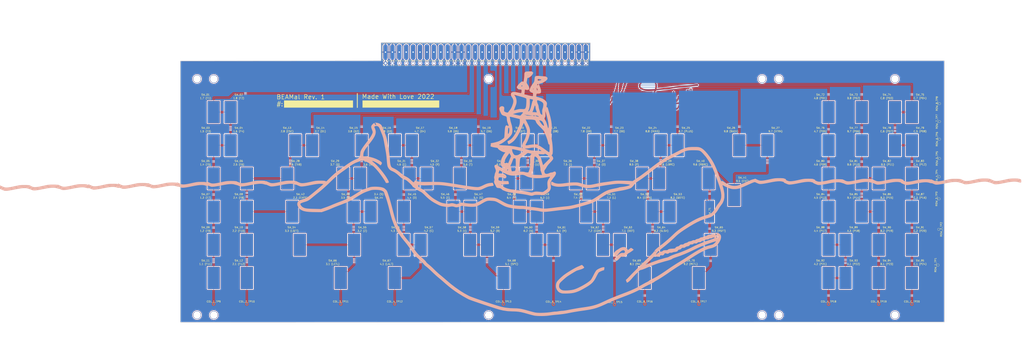
<source format=kicad_pcb>
(kicad_pcb (version 20220621) (generator pcbnew)
  (layers (0 "F.Cu" signal) (31 "B.Cu" signal) (34 "B.Paste" user) (35 "F.Paste" user) (36 "B.SilkS" user "B.Silkscreen") (37 "F.SilkS" user "F.Silkscreen") (38 "B.Mask" user) (39 "F.Mask" user) (44 "Edge.Cuts" user))
  (net 0 "")
  (net 1 "GND")
  (net 2 "COL_1")
  (net 3 "COL_2")
  (net 4 "COL_3")
  (net 5 "COL_4")
  (net 6 "COL_5")
  (net 7 "COL_6")
  (net 8 "COL_7")
  (net 9 "COL_8")
  (net 10 "COL_9")
  (net 11 "COL_A")
  (net 12 "COL_B")
  (net 13 "COL_C")
  (net 14 "COL_G")
  (net 15 "COL_F")
  (net 16 "COL_E")
  (net 17 "COL_D")
  (net 18 "ROW_8")
  (net 19 "ROW_7")
  (net 20 "ROW_6")
  (net 21 "ROW_5")
  (net 22 "ROW_4")
  (net 23 "ROW_3")
  (net 24 "ROW_1")
  (net 25 "ROW_2")
  (footprint "TestPoint:TestPoint_Pad_D1.0mm" (layer "F.Cu") (at 324.2 263.7)
    (fp_text reference "COL_7_TP15")
    (fp_text value "C7_TestPoint")
  )
  (footprint "lib_fp:SW_CAP_IBM_B" (layer "F.Cu") (at 341.395 210.3)
    (fp_text reference "SW_52")
    (fp_text value "8,4 (COLN)")
  )
  (footprint "lib_fp:SW_CAP_IBM_B" (layer "F.Cu") (at 217.645 229.35 180)
    (fp_text reference "SW_57")
    (fp_text value "4,2 (C)")
  )
  (footprint "random-keyboard-parts:Generic-Mounthole_4.6mm" (layer "F.Cu") (at 418.4 134.1)
    (fp_text reference "H5")
    (fp_text value "MountingHole")
  )
  (footprint "lib_fp:SW_CAP_IBM_B" (layer "F.Cu") (at 174.545 172.2)
    (fp_text reference "SW_15")
    (fp_text value "3,8 (02)")
  )
  (footprint "lib_fp:SW_CAP_IBM_B" (layer "F.Cu") (at 499.395 153.15 180)
    (fp_text reference "SW_75")
    (fp_text value "C,7 (P04)")
  )
  (footprint "random-keyboard-parts:Generic-Mounthole_4.6mm" (layer "F.Cu") (at 408.8 134.1)
    (fp_text reference "H10")
    (fp_text value "MountingHole")
  )
  (footprint "TestPoint:TestPoint_Pad_D1.0mm" (layer "F.Cu") (at 510.1 220.5 -90)
    (fp_text reference "ROW_2_TP2")
    (fp_text value "R2_TestPoint")
  )
  (footprint "lib_fp:SW_CAP_IBM_B" (layer "F.Cu") (at 303.295 210.3)
    (fp_text reference "SW_50")
    (fp_text value "7,4 (K)")
  )
  (footprint "lib_fp:SW_CAP_IBM_B" (layer "F.Cu") (at 326.945 172.2 180)
    (fp_text reference "SW_23")
    (fp_text value "7,7 (00)")
  )
  (footprint "lib_fp:SW_CAP_IBM_B" (layer "F.Cu") (at 89.645 229.35)
    (fp_text reference "SW_09")
    (fp_text value "1,2 (F9)")
  )
  (footprint "lib_fp:SW_CAP_IBM_B" (layer "F.Cu") (at 316.3575 191.25 180)
    (fp_text reference "SW_37")
    (fp_text value "7,6 (O)")
  )
  (footprint "lib_fp:SW_CAP_IBM_B" (layer "F.Cu") (at 227.095 210.3)
    (fp_text reference "SW_46")
    (fp_text value "5,5 (F)")
  )
  (footprint "TestPoint:TestPoint_Pad_D1.0mm" (layer "F.Cu") (at 198.17 263.4)
    (fp_text reference "COL_4_TP12")
    (fp_text value "C4_TestPoint")
  )
  (footprint "Alectardy98:Alectardy985" (layer "F.Cu") (at 346.3 141.1)
    (fp_text reference "G***" hide)
    (fp_text value "LOGO" hide)
  )
  (footprint "random-keyboard-parts:Generic-Mounthole_4.6mm" (layer "F.Cu") (at 94.4 134.1)
    (fp_text reference "H3")
    (fp_text value "MountingHole" hide)
  )
  (footprint "random-keyboard-parts:Generic-Mounthole_4.6mm" (layer "F.Cu") (at 84.8 269.7)
    (fp_text reference "H7")
    (fp_text value "MountingHole")
  )
  (footprint "lib_fp:SW_CAP_IBM_B" (layer "F.Cu") (at 442.245 172.2)
    (fp_text reference "SW_76")
    (fp_text value "A,7 (P05)")
  )
  (footprint "lib_fp:SW_CAP_IBM_B" (layer "F.Cu") (at 155.495 172.2 180)
    (fp_text reference "SW_14")
    (fp_text value "2,7 (01)")
  )
  (footprint "lib_fp:SW_CAP_IBM_B" (layer "F.Cu") (at 208.045 210.3 180)
    (fp_text reference "SW_45")
    (fp_text value "4,4 (D)")
  )
  (footprint "lib_fp:SW_CAP_IBM_B" (layer "F.Cu") (at 461.295 153.15)
    (fp_text reference "SW_73")
    (fp_text value "B,8 (P02)")
  )
  (footprint "lib_fp:SW_CAP_IBM_B" (layer "F.Cu") (at 278.2575 191.25 180)
    (fp_text reference "SW_35")
    (fp_text value "6,6 (U)")
  )
  (footprint "lib_fp:SW_CAP_IBM_B" (layer "F.Cu") (at 360.445 210.3 180)
    (fp_text reference "SW_53")
    (fp_text value "8,3 (QOTE)")
  )
  (footprint "lib_fp:SW_CAP_IBM_B" (layer "F.Cu") (at 89.645 210.3)
    (fp_text reference "SW_07")
    (fp_text value "1,3 (F7)")
  )
  (footprint "beamspring card edge:BEAMSPRING-CARD-EDGE" (layer "F.Cu") (at 250.28 118.7)
    (fp_text reference "J2")
    (fp_text value "CONN_CAP_IBM_F")
  )
  (footprint "lib_fp:SW_CAP_IBM_B" (layer "F.Cu") (at 480.345 248.4 180)
    (fp_text reference "SW_94")
    (fp_text value "B,1 (P23)")
  )
  (footprint "lib_fp:SW_CAP_IBM_B" (layer "F.Cu") (at 335.4075 191.25)
    (fp_text reference "SW_38")
    (fp_text value "8,5 (P)")
  )
  (footprint "lib_fp:SW_CAP_IBM_B" (layer "F.Cu") (at 461.295 172.2)
    (fp_text reference "SW_77")
    (fp_text value "B,7 (P06)")
  )
  (footprint "lib_fp:SW_CAP_IBM_B" (layer "F.Cu") (at 89.645 191.25)
    (fp_text reference "SW_05")
    (fp_text value "1,4 (F5)")
  )
  (footprint "lib_fp:SW_CAP_IBM_B" (layer "F.Cu") (at 293.845 229.35 180)
    (fp_text reference "SW_61")
    (fp_text value "6,1 (M)")
  )
  (footprint "lib_fp:SW_CAP_IBM_B" (layer "F.Cu") (at 499.395 172.2 180)
    (fp_text reference "SW_79")
    (fp_text value "C,5 (P08)")
  )
  (footprint "lib_fp:SW_CAP_IBM_B" (layer "F.Cu") (at 89.645 248.4)
    (fp_text reference "SW_11")
    (fp_text value "1,1 (F11)")
  )
  (footprint "lib_fp:SW_CAP_IBM_B" (layer "F.Cu") (at 480.345 210.3 180)
    (fp_text reference "SW_86")
    (fp_text value "B,3 (P15)")
  )
  (footprint "lib_fp:SW_CAP_IBM_B" (layer "F.Cu") (at 480.345 191.25 180)
    (fp_text reference "SW_82")
    (fp_text value " B,5 (P11)")
  )
  (footprint "lib_fp:SW_CAP_IBM_B" (layer "F.Cu") (at 499.395 229.35 180)
    (fp_text reference "SW_91")
    (fp_text value "C,2 (P20)")
  )
  (footprint "lib_fp:SW_CAP_IBM_B" (layer "F.Cu") (at 179.545 229.35 180)
    (fp_text reference "SW_55")
    (fp_text value "3,2 (Z)")
  )
  (footprint "random-keyboard-parts:Generic-Mounthole_4.6mm" (layer "F.Cu") (at 252 134.1)
    (fp_text reference "H1")
    (fp_text value "MountingHole")
  )
  (footprint "lib_fp:CAL_CAP_IBM_B" (layer "F.Cu") (at 378.745 210.3)
    (fp_text reference "SW_71")
    (fp_text value "9,4 (TEST)" hide)
  )
  (footprint "lib_fp:SW_CAP_IBM_B" (layer "F.Cu") (at 269.795 172.2)
    (fp_text reference "SW_20")
    (fp_text value "6,8 (07)")
  )
  (footprint "lib_fp:SW_CAP_IBM_B" (layer "F.Cu") (at 136.445 172.2)
    (fp_text reference "SW_13")
    (fp_text value "2,8 (ESC)")
  )
  (footprint "lib_fp:SW_CAP_IBM_B" (layer "F.Cu") (at 397.5075 200.775 180)
    (fp_text reference "SW_41")
    (fp_text value "9,5 (ENT)")
  )
  (footprint "lib_fp:SW_CAP_IBM_B" (layer "F.Cu") (at 345.995 172.2)
    (fp_text reference "SW_24")
    (fp_text value "8,8 (MINS)")
  )
  (footprint "lib_fp:SW_CAP_IBM_B" (layer "F.Cu") (at 198.595 229.35)
    (fp_text reference "SW_56")
    (fp_text value "4,3 (X)")
  )
  (footprint "lib_fp:SW_CAP_IBM_B" (layer "F.Cu") (at 259.2075 191.25)
    (fp_text reference "SW_34")
    (fp_text value "6,5 (Y)")
  )
  (footprint "lib_fp:SW_CAP_IBM_B" (layer "F.Cu") (at 416.495 172.2 180)
    (fp_text reference "SW_27")
    (fp_text value "9,7 (XTRA)")
  )
  (footprint "lib_fp:SW_CAP_IBM_B" (layer "F.Cu") (at 365.045 172.2 180)
    (fp_text reference "SW_25")
    (fp_text value "8,7 (PLUS)")
  )
  (footprint "lib_fp:SW_CAP_IBM_B" (layer "F.Cu") (at 499.395 210.3 180)
    (fp_text reference "SW_87")
    (fp_text value "C,3 (P16)")
  )
  (footprint "lib_fp:SW_CAP_IBM_B" (layer "F.Cu") (at 139.045 229.35)
    (fp_text reference "SW_54")
    (fp_text value "3,3 (LSFT)")
  )
  (footprint "lib_fp:SW_CAP_IBM_B" (layer "F.Cu") (at 336.895 248.4)
    (fp_text reference "SW_69")
    (fp_text value "8,1 (RALT)")
  )
  (footprint "lib_fp:SW_CAP_IBM_B" (layer "F.Cu") (at 240.1575 191.25 180)
    (fp_text reference "SW_33")
    (fp_text value "5,6 (T)")
  )
  (footprint "lib_fp:SW_CAP_IBM_B" (layer "F.Cu") (at 236.695 229.35)
    (fp_text reference "SW_58")
    (fp_text value "5,3 (V)")
  )
  (footprint "random-keyboard-parts:Generic-Mounthole_4.6mm" (layer "F.Cu") (at 85.6 133)
    (fp_text reference "H12")
    (fp_text value "MountingHole" hide)
  )
  (footprint "lib_fp:SW_CAP_IBM_B" (layer "F.Cu") (at 250.745 172.2 180)
    (fp_text reference "SW_19")
    (fp_text value "5,7 (06)")
  )
  (footprint "lib_fp:SW_CAP_IBM_B" (layer "F.Cu") (at 89.645 172.2)
    (fp_text reference "SW_03")
    (fp_text value "1,5 (F3)")
  )
  (footprint "lib_fp:SW_CAP_IBM_B" (layer "F.Cu") (at 367.85125 248.4)
    (fp_text reference "SW_70")
    (fp_text value "9,2 (RCTL)")
  )
  (footprint "lib_fp:SW_CAP_IBM_B" (layer "F.Cu") (at 246.145 210.3 180)
    (fp_text reference "SW_47")
    (fp_text value "5,4 (G)")
  )
  (footprint "TestPoint:TestPoint_Pad_D1.0mm" (layer "F.Cu") (at 341.57 263.4)
    (fp_text reference "COL_8_TP16")
    (fp_text value "C8_TestPoint")
  )
  (footprint "random-keyboard-parts:Generic-Mounthole_4.6mm" (layer "F.Cu") (at 418.4 269.7)
    (fp_text reference "H6")
    (fp_text value "MountingHole")
  )
  (footprint "lib_fp:SW_CAP_IBM_B" (layer "F.Cu") (at 461.295 210.3)
    (fp_text reference "SW_85")
    (fp_text value "B,4 (P14)")
  )
  (footprint "TestPoint:TestPoint_Pad_D1.0mm" (layer "F.Cu") (at 446.92 263.4)
    (fp_text reference "COL_A_TP18")
    (fp_text value "CA_TestPoint")
  )
  (footprint "lib_fp:SW_CAP_IBM_B" (layer "F.Cu") (at 108.695 229.35)
    (fp_text reference "SW_10")
    (fp_text value "2,2 (F10)")
  )
  (footprint "lib_fp:SW_CAP_IBM_B" (layer "F.Cu") (at 188.995 210.3 180)
    (fp_text reference "SW_44")
    (fp_text value "3,4 (S)")
  )
  (footprint "lib_fp:SW_CAP_IBM_B" (layer "F.Cu") (at 108.695 172.2 180)
    (fp_text reference "SW_04")
    (fp_text value "1,6 (F4)")
  )
  (footprint "lib_fp:SW_CAP_IBM_B" (layer "F.Cu") (at 89.645 153.15)
    (fp_text reference "SW_01")
    (fp_text value "1,7 (F1)")
  )
  (footprint "lib_fp:SW_CAP_IBM_B" (layer "F.Cu") (at 331.945 229.35 180)
    (fp_text reference "SW_63")
    (fp_text value "7,1 (DOT)")
  )
  (footprint "lib_fp:SW_CAP_IBM_B" (layer "F.Cu") (at 442.245 248.4)
    (fp_text reference "SW_92")
    (fp_text value "A,2 (P21)")
  )
  (footprint "lib_fp:SW_CAP_IBM_B" (layer "F.Cu") (at 202.0575 191.25)
    (fp_text reference "SW_31")
    (fp_text value "4,6 (E)")
  )
  (footprint "lib_fp:SW_CAP_IBM_B" (layer "F.Cu") (at 108.695 210.3)
    (fp_text reference "SW_08")
    (fp_text value "2,4 (F8)")
  )
  (footprint "lib_fp:SW_CAP_IBM_B" (layer "F.Cu") (at 350.995 229.35 180)
    (fp_text reference "SW_64")
    (fp_text value "8,2 (SLSH)")
  )
  (footprint "lib_fp:SW_CAP_IBM_B" (layer "F.Cu") (at 144.045 210.3 180)
    (fp_text reference "SW_42")
    (fp_text value "2,3 (CAPS)")
  )
  (footprint "TestPoint:TestPoint_Pad_D1.0mm" (layer "F.Cu") (at 372.52625 263.4)
    (fp_text reference "COL_9_TP17")
    (fp_text value "C9_TestPoint")
  )
  (footprint "random-keyboard-parts:Generic-Mounthole_4.6mm" (layer "F.Cu") (at 485 269.7)
    (fp_text reference "H9")
    (fp_text value "MountingHole")
  )
  (footprint "TestPoint:TestPoint_Pad_D1.0mm" (layer "F.Cu") (at 475.67 263.4)
    (fp_text reference "COL_B_TP19")
    (fp_text value "CB_TestPoint")
  )
  (footprint "lib_fp:SW_CAP_IBM_B" (layer "F.Cu") (at 499.395 191.25 180)
    (fp_text reference "SW_83")
    (fp_text value "C,4 (P12)")
  )
  (footprint "lib_fp:SW_CAP_IBM_B" (layer "F.Cu") (at 231.695 172.2)
    (fp_text reference "SW_18")
    (fp_text value "5,8 (05)")
  )
  (footprint "lib_fp:SW_CAP_IBM_B" (layer "F.Cu") (at 108.695 191.25)
    (fp_text reference "SW_06")
    (fp_text value "2,5 (F6)")
  )
  (footprint "lib_fp:SW_CAP_IBM_B" (layer "F.Cu") (at 183.0075 191.25 180)
    (fp_text reference "SW_30")
    (fp_text value "3,6 (W)")
  )
  (footprint "random-keyboard-parts:Generic-Mounthole_4.6mm" (layer "F.Cu") (at 94.4 269.7)
    (fp_text reference "H11")
    (fp_text value "MountingHole")
  )
  (footprint "TestPoint:TestPoint_Pad_D1.0mm" (layer "F.Cu") (at 289.2 263.5)
    (fp_text reference "COL_6_TP14")
    (fp_text value "C6_TestPoint")
  )
  (footprint "TestPoint:TestPoint_Pad_D1.0mm" (layer "F.Cu") (at 510.5 148.3 90)
    (fp_text reference "ROW_8_TP8")
    (fp_text value "R8_TestPoint")
  )
  (footprint "random-keyboard-parts:Generic-Mounthole_4.6mm" (layer "F.Cu") (at 485 134.1)
    (fp_text reference "H8")
    (fp_text value "MountingHole")
  )
  (footprint "lib_fp:SW_CAP_IBM_B" (layer "F.Cu") (at 442.245 153.15)
    (fp_text reference "SW_72")
    (fp_text value "A,8 (P01)")
  )
  (footprint "lib_fp:SW_CAP_IBM_B" (layer "F.Cu") (at 274.795 229.35)
    (fp_text reference "SW_60")
    (fp_text value "6,2 (N)")
  )
  (footprint "lib_fp:SW_CAP_IBM_B" (layer "F.Cu") (at 442.245 210.3)
    (fp_text reference "SW_84")
    (fp_text value "A,5 (P13)")
  )
  (footprint "TestPoint:TestPoint_Pad_D1.0mm" (layer "F.Cu") (at 260.52 263.4)
    (fp_text reference "COL_5_TP13")
    (fp_text value "C5_TestPoint")
  )
  (footprint "lib_fp:SW_CAP_IBM_B" (layer "F.Cu") (at 141.2075 191.25 180)
    (fp_text reference "SW_28")
    (fp_text value "2,6 (TAB)")
  )
  (footprint "lib_fp:SW_CAP_IBM_B" (layer "F.Cu") (at 391.045 172.2)
    (fp_text reference "SW_26")
    (fp_text value "9,8 (BACK)")
  )
  (footprint "lib_fp:SW_CAP_IBM_B" (layer "F.Cu") (at 480.345 229.35 180)
    (fp_text reference "SW_90")
    (fp_text value "B,2 (P19)")
  )
  (footprint "lib_fp:SW_CAP_IBM_B" (layer "F.Cu") (at 322.345 210.3 180)
    (fp_text reference "SW_51")
    (fp_text value "7,3 (L)")
  )
  (footprint "lib_fp:SW_CAP_IBM_B" (layer "F.Cu") (at 480.345 153.15)
    (fp_text reference "SW_74")
    (fp_text value "C,8 (P03)")
  )
  (footprint "lib_fp:SW_CAP_IBM_B" (layer "F.Cu") (at 461.295 248.4 180)
    (fp_text reference "SW_93")
    (fp_text value "A,1 (P22)")
  )
  (footprint "lib_fp:SW_CAP_IBM_B" (layer "F.Cu") (at 373.5075 191.25)
    (fp_text reference "SW_40")
    (fp_text value "9,6 (RBRC)")
  )
  (footprint "lib_fp:SW_CAP_IBM_B" (layer "F.Cu") (at 354.4575 191.25 180)
    (fp_text reference "SW_39")
    (fp_text value "8,6 (LBRC)")
  )
  (footprint "TestPoint:TestPoint_Pad_D1.0mm" (layer "F.Cu") (at 510.4 190.3 90)
    (fp_text reference "ROW_4_TP4")
    (fp_text value "R4_TestPoint")
  )
  (footprint "TestPoint:TestPoint_Pad_D1.0mm" (layer "F.Cu") (at 94.32 263.4)
    (fp_text reference "COL_1_TP9")
    (fp_text value "C1_TestPoint")
  )
  (footprint "lib_fp:SW_CAP_IBM_B" (layer "F.Cu") (at 255.745 229.35 180)
    (fp_text reference "SW_59")
    (fp_text value "5,2 (B)")
  )
  (footprint "lib_fp:SW_CAP_IBM_B" (layer "F.Cu") (at 383.995 229.35 180)
    (fp_text reference "SW_65")
    (fp_text value "9,3 (RSFT)")
  )
  (footprint "lib_fp:SW_CAP_IBM_B" (layer "F.Cu") (at 265.195 210.3)
    (fp_text reference "SW_48")
    (fp_text value "6,4 (H)")
  )
  (footprint "lib_fp:SW_CAP_IBM_B" (layer "F.Cu") (at 221.1075 191.25 180)
    (fp_text reference "SW_32")
    (fp_text value "4,5 (R)")
  )
  (footprint "lib_fp:SW_CAP_IBM_B" (layer "F.Cu") (at 499.395 248.4 180)
    (fp_text reference "SW_95")
    (fp_text value "C,1 (P24)")
  )
  (footprint "TestPoint:TestPoint_Pad_D1.0mm" (layer "F.Cu") (at 510.5 168.7 90)
    (fp_text reference "ROW_6_TP6")
    (fp_text value "R6_TestPoint")
  )
  (footprint "random-keyboard-parts:Generic-Mounthole_4.6mm" (layer "F.Cu") (at 408.8 269.7)
    (fp_text reference "H4")
    (fp_text value "MountingHole")
  )
  (footprint "TestPoint:TestPoint_Pad_D1.0mm" (layer "F.Cu") (at 510.5 158.6 90)
    (fp_text reference "ROW_7_TP7")
    (fp_text value "R7_TestPoint")
  )
  (footprint "TestPoint:TestPoint_Pad_D1.0mm" (layer "F.Cu") (at 494.72 263.4)
    (fp_text reference "COL_C_TP20")
    (fp_text value "CC_TestPoint")
  )
  (footprint "lib_fp:SW_CAP_IBM_B" (layer "F.Cu") (at 442.245 191.25)
    (fp_text reference "SW_80")
    (fp_text value "A,6 (P09)")
  )
  (footprint "TestPoint:TestPoint_Pad_D1.0mm" (layer "F.Cu") (at 167.21375 263.4)
    (fp_text reference "COL_3_TP11")
    (fp_text value "C3_TestPoint")
  )
  (footprint "lib_fp:SW_CAP_IBM_B" (layer "F.Cu") (at 312.895 229.35)
    (fp_text reference "SW_62")
    (fp_text value "7,2 (COM)")
  )
  (footprint "lib_fp:SW_CAP_IBM_B" (layer "F.Cu") (at 461.295 229.35 180)
    (fp_text reference "SW_89")
    (fp_text value "A,3 (P18)")
  )
  (footprint "lib_fp:SW_CAP_IBM_B" (layer "F.Cu") (at 193.595 172.2)
    (fp_text reference "SW_16")
    (fp_text value "4,8 (03)")
  )
  (footprint "TestPoint:TestPoint_Pad_D1.0mm" (layer "F.Cu") (at 510.3 203 90)
    (fp_text reference "ROW_3_TP3")
    (fp_text value "R3_TestPoint")
  )
  (footprint "lib_fp:SW_CAP_IBM_B" (layer "F.Cu") (at 442.245 229.35)
    (fp_text reference "SW_88")
    (fp_text value "A,4 (P17)")
  )
  (footprint "lib_fp:SW_CAP_IBM_B" (layer "F.Cu") (at 288.845 172.2 180)
    (fp_text reference "SW_21")
    (fp_text value "6,7 (08)")
  )
  (footprint "lib_fp:SW_CAP_IBM_B" (layer "F.Cu") (at 212.645 172.2 180)
    (fp_text reference "SW_17")
    (fp_text value "4,7 (04)")
  )
  (footprint "TestPoint:TestPoint_Pad_D1.0mm" (layer "F.Cu") (at 509.7 241 90)
    (fp_text reference "ROW_1_TP1")
    (fp_text value "R1_TestPoint")
  )
  (footprint "lib_fp:SW_CAP_IBM_B" (layer "F.Cu") (at 163.9575 191.25)
    (fp_text reference "SW_29")
    (fp_text value "3,7 (Q)")
  )
  (footprint "art:BEAMal_art2" (layer "F.Cu") (at 273.7 202.5)
    (fp_text reference "G***" hide)
    (fp_text value "LOGO" hide)
  )
  (footprint "random-keyboard-parts:Generic-Mounthole_4.6mm" (layer "F.Cu") (at 252 269.7)
    (fp_text reference "H2")
    (fp_text value "MountingHole")
  )
  (footprint "lib_fp:SW_CAP_IBM_B" (layer "F.Cu") (at 108.695 248.4)
    (fp_text reference "SW_12")
    (fp_text value "2,1 (F12)")
  )
  (footprint "TestPoint:TestPoint_Pad_D1.0mm" (layer "F.Cu") (at 510.5 179.8 90)
    (fp_text reference "ROW_5_TP5")
    (fp_text value "R5_TestPoint")
  )
  (footprint "lib_fp:SW_CAP_IBM_B" (layer "F.Cu") (at 297.3075 191.25)
    (fp_text reference "SW_36")
    (fp_text value "7,5 (I)")
  )
  (footprint "lib_fp:SW_CAP_IBM_B" (layer "F.Cu") (at 265.195 248.4 180)
    (fp_text reference "SW_68")
    (fp_text value "5,1 (SPC)")
  )
  (footprint "lib_fp:SW_CAP_IBM_B" (layer "F.Cu") (at 162.53875 248.4)
    (fp_text reference "SW_66")
    (fp_text value "3,1 (LCTL)")
  )
  (footprint "lib_fp:CONN_CAP_IBM_F" (layer "F.Cu") (at 192.88 125.1 90)
    (fp_text reference "J1" hide)
    (fp_text value "CONN_CAP_IBM_F")
  )
  (footprint "lib_fp:SW_CAP_IBM_B" (layer "F.Cu") (at 193.495 248.4)
    (fp_text reference "SW_67")
    (fp_text value "4,1 (LALT)")
  )
  (footprint "lib_fp:SW_CAP_IBM_B" (layer "F.Cu") (at 307.895 172.2)
    (fp_text reference "SW_22")
    (fp_text value "7,8 (09)")
  )
  (footprint "TestPoint:TestPoint_Pad_D1.0mm" (layer "F.Cu") (at 113.37 263.4)
    (fp_text reference "COL_2_TP10")
    (fp_text value "C2_TestPoint")
  )
  (footprint "lib_fp:SW_CAP_IBM_B" (layer "F.Cu") (at 461.295 191.25)
    (fp_text reference "SW_81")
    (fp_text value "B,6 (P10)")
  )
  (footprint "lib_fp:SW_CAP_IBM_B" (layer "F.Cu") (at 169.945 210.3)
    (fp_text reference "SW_43")
    (fp_text value "3,5 (A)")
  )
  (footprint "lib_fp:SW_CAP_IBM_B" (layer "F.Cu") (at 108.695 153.15 180)
    (fp_text reference "SW_02")
    (fp_text value "1,8 (F2)")
  )
  (footprint "lib_fp:SW_CAP_IBM_B" (layer "F.Cu") (at 284.245 210.3 180)
    (fp_text reference "SW_49")
    (fp_text value "6,3 (J)")
  )
  (footprint "lib_fp:SW_CAP_IBM_B" (layer "F.Cu") (at 480.345 172.2)
    (fp_text reference "SW_78")
    (fp_text value "C,6 (P07)")
  )
  (gr_poly (pts (xy 223.6 150.5) (xy 179.7 150.5) (xy 179.7 146.5) (xy 223.6 146.5)) (stroke (width 0.1)) (fill solid) (layer "F.SilkS"))
  (gr_line (start 176.7 150.5) (end 176.7 142.5) (stroke (width 0.5)) (layer "F.SilkS"))
  (gr_poly (pts (xy 174.2 150.5) (xy 134.7 150.5) (xy 134.7 146.5) (xy 174.2 146.5)) (stroke (width 0.1)) (fill solid) (layer "F.SilkS"))
  (gr_line (start 310.3 123.7) (end 310.3 114.5) (stroke (width 0.2)) (layer "Edge.Cuts"))
  (gr_line (start 310.3 113.4) (end 310.3 113.7) (stroke (width 0.2)) (layer "Edge.Cuts"))
  (gr_line (start 75.3 273.8) (end 513.3 273.7) (stroke (width 0.2)) (layer "Edge.Cuts"))
  (gr_line (start 513.3 273.7) (end 513.3 123.7) (stroke (width 0.2)) (layer "Edge.Cuts"))
  (gr_line (start 75.3 123.8) (end 75.3 273.8) (stroke (width 0.2)) (layer "Edge.Cuts"))
  (gr_line (start 310.3 113.7) (end 310.3 114.5) (stroke (width 0.2)) (layer "Edge.Cuts"))
  (gr_line (start 190.3 113.3) (end 190.3 113.6) (stroke (width 0.2)) (layer "Edge.Cuts"))
  (gr_line (start 190.3 114.4) (end 190.3 113.6) (stroke (width 0.2)) (layer "Edge.Cuts"))
  (gr_line (start 190.3 113.3) (end 310.3 113.4) (stroke (width 0.2)) (layer "Edge.Cuts"))
  (gr_line (start 75.3 123.8) (end 190.3 123.7) (stroke (width 0.2)) (layer "Edge.Cuts"))
  (gr_line (start 190.3 123.7) (end 190.3 114.4) (stroke (width 0.2)) (layer "Edge.Cuts"))
  (gr_line (start 513.3 123.7) (end 310.3 123.7) (stroke (width 0.2)) (layer "Edge.Cuts"))
  (gr_text "Made With Love 2022" (at 179.19 144.26) (layer "F.SilkS") (effects (font (size 2.54 2.54) (thickness 0.3)) (justify left)))
  (gr_text "BEAMal Rev. 1\n#: 0" (at 130.2 146.5) (layer "F.SilkS") (effects (font (size 2.54 2.54) (thickness 0.3)) (justify left)))
  (segment (start 303.74 118.7) (end 303.74 125.08) (width 0.25) (layer "F.Cu") (net 1))
  (segment (start 192.88 125.1) (end 196.84 125.1) (width 0.25) (layer "F.Cu") (net 1))
  (segment (start 307.72 125.1) (end 307.72 118.72) (width 0.25) (layer "F.Cu") (net 1))
  (segment (start 192.86 118.7) (end 192.86 125.08) (width 0.25) (layer "F.Cu") (net 1))
  (segment (start 232.48 125.1) (end 236.44 125.1) (width 0.25) (layer "F.Cu") (net 1))
  (segment (start 196.84 125.1) (end 196.84 118.72) (width 0.25) (layer "F.Cu") (net 1))
  (segment (start 236.44 125.1) (end 236.44 118.72) (width 0.25) (layer "F.Cu") (net 1))
  (segment (start 232.46 118.7) (end 232.46 125.08) (width 0.25) (layer "F.Cu") (net 1))
  (segment (start 303.76 125.1) (end 307.72 125.1) (width 0.25) (layer "F.Cu") (net 1))
  (segment (start 240.38 118.7) (end 240.38 125.08) (width 0.25) (layer "F.Cu") (net 2))
  (segment (start 104.02 172.2) (end 104.02 153.15) (width 0.25) (layer "B.Cu") (net 2))
  (segment (start 94.32 263.4) (end 94.32 248.4) (width 0.25) (layer "B.Cu") (net 2))
  (segment (start 94.32 172.2) (end 94.32 191.25) (width 0.25) (layer "B.Cu") (net 2))
  (segment (start 103.2 144.8) (end 105.6 142.4) (width 0.25) (layer "B.Cu") (net 2))
  (segment (start 94.32 144.92) (end 94.3 144.9) (width 0.25) (layer "B.Cu") (net 2))
  (segment (start 94.3 144.9) (end 94.4 144.8) (width 0.25) (layer "B.Cu") (net 2))
  (segment (start 94.32 153.15) (end 94.32 144.92) (width 0.25) (layer "B.Cu") (net 2))
  (segment (start 240.38 118.7) (end 240.38 142.68) (width 0.25) (layer "B.Cu") (net 2))
  (segment (start 105.6 142.4) (end 240.1 142.4) (width 0.25) (layer "B.Cu") (net 2))
  (segment (start 104.02 153.15) (end 94.32 153.15) (width 0.25) (layer "B.Cu") (net 2))
  (segment (start 94.32 210.3) (end 94.32 229.35) (width 0.25) (layer "B.Cu") (net 2))
  (segment (start 94.4 144.8) (end 103.2 144.8) (width 0.25) (layer "B.Cu") (net 2))
  (segment (start 240.1 142.4) (end 240.38 142.68) (width 0.25) (layer "B.Cu") (net 2))
  (segment (start 94.32 190.98) (end 94.32 210.3) (width 0.25) (layer "B.Cu") (net 2))
  (segment (start 94.32 229.35) (end 94.32 248.4) (width 0.25) (layer "B.Cu") (net 2))
  (segment (start 104.02 172.2) (end 94.32 172.2) (width 0.25) (layer "B.Cu") (net 2))
  (segment (start 244.34 118.7) (end 244.34 125.08) (width 0.25) (layer "F.Cu") (net 3))
  (segment (start 150.82 154.08) (end 150.9 154) (width 0.25) (layer "B.Cu") (net 3))
  (segment (start 244.34 154.06) (end 244.34 118.7) (width 0.25) (layer "B.Cu") (net 3))
  (segment (start 113.37 229.35) (end 113.37 248.4) (width 0.25) (layer "B.Cu") (net 3))
  (segment (start 150.9 154) (end 244.2 154) (width 0.25) (layer "B.Cu") (net 3))
  (segment (start 150.82 172.2) (end 150.82 154.08) (width 0.25) (layer "B.Cu") (net 3))
  (segment (start 150.82 172.2) (end 141.12 172.2) (width 0.25) (layer "B.Cu") (net 3))
  (segment (start 113.37 210.3) (end 113.37 229.35) (width 0.25) (layer "B.Cu") (net 3))
  (segment (start 136.5325 191.25) (end 113.37 191.25) (width 0.25) (layer "B.Cu") (net 3))
  (segment (start 139.37 210.3) (end 113.37 210.3) (width 0.25) (layer "B.Cu") (net 3))
  (segment (start 244.3 154.1) (end 244.34 154.06) (width 0.25) (layer "B.Cu") (net 3))
  (segment (start 113.37 191.25) (end 113.37 210.3) (width 0.25) (layer "B.Cu") (net 3))
  (segment (start 113.37 263.4) (end 113.37 248.4) (width 0.25) (layer "B.Cu") (net 3))
  (segment (start 138.2 178.1) (end 138.2 189.5825) (width 0.25) (layer "B.Cu") (net 3))
  (segment (start 248.3 118.7) (end 248.3 125.08) (width 0.25) (layer "F.Cu") (net 4))
  (segment (start 174.87 240.77) (end 174.87 229.35) (width 0.25) (layer "B.Cu") (net 4))
  (segment (start 174.81375 240.8) (end 174.9 240.8) (width 0.25) (layer "B.Cu") (net 4))
  (segment (start 248.3 118.7) (end 248.3 154.9) (width 0.25) (layer "B.Cu") (net 4))
  (segment (start 179.22 155.12) (end 179.2 155.1) (width 0.25) (layer "B.Cu") (net 4))
  (segment (start 167.21375 248.4) (end 174.81375 240.8) (width 0.25) (layer "B.Cu") (net 4))
  (segment (start 179.2 155.1) (end 248.1 155.1) (width 0.25) (layer "B.Cu") (net 4))
  (segment (start 179.22 172.2) (end 179.22 155.12) (width 0.25) (layer "B.Cu") (net 4))
  (segment (start 171.6 194.2175) (end 171.6 207.28) (width 0.25) (layer "B.Cu") (net 4))
  (segment (start 174.9 240.8) (end 174.87 240.77) (width 0.25) (layer "B.Cu") (net 4))
  (segment (start 178.3325 191.25) (end 168.6325 191.25) (width 0.25) (layer "B.Cu") (net 4))
  (segment (start 167.21375 263.4) (end 167.21375 248.4) (width 0.25) (layer "B.Cu") (net 4))
  (segment (start 174.62 210.3) (end 174.62 229.1) (width 0.25) (layer "B.Cu") (net 4))
  (segment (start 248.3 154.9) (end 248.1 155.1) (width 0.25) (layer "B.Cu") (net 4))
  (segment (start 179.22 172.2) (end 179.22 190.3625) (width 0.25) (layer "B.Cu") (net 4))
  (segment (start 184.32 210.3) (end 174.62 210.3) (width 0.25) (layer "B.Cu") (net 4))
  (segment (start 174.87 229.35) (end 143.72 229.35) (width 0.25) (layer "B.Cu") (net 4))
  (segment (start 252.26 118.7) (end 252.26 125.08) (width 0.25) (layer "F.Cu") (net 5))
  (segment (start 198.17 263.4) (end 198.17 248.4) (width 0.25) (layer "B.Cu") (net 5))
  (segment (start 198.27 172.2) (end 198.27 156.13) (width 0.25) (layer "B.Cu") (net 5))
  (segment (start 255 130.1) (end 255 138) (width 0.25) (layer "B.Cu") (net 5))
  (segment (start 252.3 155.9) (end 252.3 138.1) (width 0.25) (layer "B.Cu") (net 5))
  (segment (start 207.97 172.2) (end 207.97 190.0125) (width 0.25) (layer "B.Cu") (net 5))
  (segment (start 198.4 156) (end 252.2 156) (width 0.25) (layer "B.Cu") (net 5))
  (segment (start 252.26 118.7) (end 252.26 129.86) (width 0.25) (layer "B.Cu") (net 5))
  (segment (start 216.4325 191.25) (end 206.7325 191.25) (width 0.25) (layer "B.Cu") (net 5))
  (segment (start 212.97 242.63) (end 207.2 248.4) (width 0.25) (layer "B.Cu") (net 5))
  (segment (start 212.97 229.35) (end 203.27 229.35) (width 0.25) (layer "B.Cu") (net 5))
  (segment (start 207.2 248.4) (end 198.17 248.4) (width 0.25) (layer "B.Cu") (net 5))
  (segment (start 252.2 156) (end 252.3 155.9) (width 0.25) (layer "B.Cu") (net 5))
  (segment (start 203.37 210.3) (end 203.37 194.6125) (width 0.25) (layer "B.Cu") (net 5))
  (segment (start 252.5 130.1) (end 255 130.1) (width 0.25) (layer "B.Cu") (net 5))
  (segment (start 255 138) (end 254.9 138.1) (width 0.25) (layer "B.Cu") (net 5))
  (segment (start 198.27 156.13) (end 198.4 156) (width 0.25) (layer "B.Cu") (net 5))
  (segment (start 203.37 210.3) (end 203.37 229.25) (width 0.25) (layer "B.Cu") (net 5))
  (segment (start 252.26 129.86) (end 252.5 130.1) (width 0.25) (layer "B.Cu") (net 5))
  (segment (start 207.97 172.2) (end 198.27 172.2) (width 0.25) (layer "B.Cu") (net 5))
  (segment (start 254.9 138.1) (end 252.3 138.1) (width 0.25) (layer "B.Cu") (net 5))
  (segment (start 212.97 229.35) (end 212.97 242.63) (width 0.25) (layer "B.Cu") (net 5))
  (segment (start 256.22 118.7) (end 256.22 125.08) (width 0.25) (layer "F.Cu") (net 6))
  (segment (start 236.37 172.2) (end 246.07 172.2) (width 0.25) (layer "B.Cu") (net 6))
  (segment (start 246.2 157) (end 257.3 157) (width 0.25) (layer "B.Cu") (net 6))
  (segment (start 257.4 126.26) (end 257.4 156.9) (width 0.25) (layer "B.Cu") (net 6))
  (segment (start 260.52 263.4) (end 260.52 248.4) (width 0.25) (layer "B.Cu") (net 6))
  (segment (start 232.9 197.6) (end 232.9 209.17) (width 0.25) (layer "B.Cu") (net 6))
  (segment (start 231.77 210.3) (end 241.47 210.3) (width 0.25) (layer "B.Cu") (net 6))
  (segment (start 256.24 125.1) (end 257.4 126.26) (width 0.25) (layer "B.Cu") (net 6))
  (segment (start 258 248.4) (end 251.07 241.47) (width 0.25) (layer "B.Cu") (net 6))
  (segment (start 241.47 210.3) (end 241.47 229.25) (width 0.25) (layer "B.Cu") (net 6))
  (segment (start 246.07 172.2) (end 246.07 157.13) (width 0.25) (layer "B.Cu") (net 6))
  (segment (start 235.4825 195.0175) (end 232.9 197.6) (width 0.25) (layer "B.Cu") (net 6))
  (segment (start 251.07 241.47) (end 251.07 229.35) (width 0.25) (layer "B.Cu") (net 6))
  (segment (start 246.07 157.13) (end 246.2 157) (width 0.25) (layer "B.Cu") (net 6))
  (segment (start 257.4 156.9) (end 257.3 157) (width 0.25) (layer "B.Cu") (net 6))
  (segment (start 236.37 172.2) (end 236.37 190.3625) (width 0.25) (layer "B.Cu") (net 6))
  (segment (start 241.37 229.35) (end 251.07 229.35) (width 0.25) (layer "B.Cu") (net 6))
  (segment (start 260.18 118.7) (end 260.18 125.08) (width 0.25) (layer "F.Cu") (net 7))
  (segment (start 266.7 204.8) (end 266.7 194.0675) (width 0.25) (layer "B.Cu") (net 7))
  (segment (start 274.47 172.2) (end 274.47 190.3625) (width 0.25) (layer "B.Cu") (net 7))
  (segment (start 284.1 143.1) (end 284.17 143.17) (width 0.25) (layer "B.Cu") (net 7))
  (segment (start 279.47 229.35) (end 289.17 229.35) (width 0.25) (layer "B.Cu") (net 7))
  (segment (start 260.18 142.88) (end 260.4 143.1) (width 0.25) (layer "B.Cu") (net 7))
  (segment (start 273.5825 191.25) (end 263.8825 191.25) (width 0.25) (layer "B.Cu") (net 7))
  (segment (start 284.17 143.17) (end 284.17 172.2) (width 0.25) (layer "B.Cu") (net 7))
  (segment (start 284.17 172.2) (end 274.47 172.2) (width 0.25) (layer "B.Cu") (net 7))
  (segment (start 279.57 210.3) (end 279.57 229.25) (width 0.25) (layer "B.Cu") (net 7))
  (segment (start 260.18 118.7) (end 260.18 142.88) (width 0.25) (layer "B.Cu") (net 7))
  (segment (start 289.2 263.5) (end 289.2 229.38) (width 0.25) (layer "B.Cu") (net 7))
  (segment (start 260.4 143.1) (end 284.1 143.1) (width 0.25) (layer "B.Cu") (net 7))
  (segment (start 269.87 210.3) (end 279.57 210.3) (width 0.25) (layer "B.Cu") (net 7))
  (segment (start 264.14 118.7) (end 264.14 125.08) (width 0.25) (layer "F.Cu") (net 8))
  (segment (start 301.9825 191.25) (end 311.6825 191.25) (width 0.25) (layer "B.Cu") (net 8))
  (segment (start 317.57 229.35) (end 327.27 229.35) (width 0.25) (layer "B.Cu") (net 8))
  (segment (start 264.14 141.94) (end 264.2 142) (width 0.25) (layer "B.Cu") (net 8))
  (segment (start 322.27 172.2) (end 312.57 172.2) (width 0.25) (layer "B.Cu") (net 8))
  (segment (start 264.14 118.7) (end 264.14 141.94) (width 0.25) (layer "B.Cu") (net 8))
  (segment (start 312.57 172.2) (end 312.57 190.3625) (width 0.25) (layer "B.Cu") (net 8))
  (segment (start 307.97 210.3) (end 317.67 210.3) (width 0.25) (layer "B.Cu") (net 8))
  (segment (start 324.2 263.7) (end 324.2 235.5) (width 0.25) (layer "B.Cu") (net 8))
  (segment (start 322.27 172.2) (end 322.27 142.03) (width 0.25) (layer "B.Cu") (net 8))
  (segment (start 317.67 210.3) (end 317.67 229.25) (width 0.25) (layer "B.Cu") (net 8))
  (segment (start 312 142) (end 264.2 142) (width 0.25) (layer "B.Cu") (net 8))
  (segment (start 312.57 142.03) (end 312.6 142) (width 0.25) (layer "B.Cu") (net 8))
  (segment (start 322.27 142.03) (end 322.3 142) (width 0.25) (layer "B.Cu") (net 8))
  (segment (start 322.3 142) (end 312 142) (width 0.25) (layer "B.Cu") (net 8))
  (segment (start 312.6 142) (end 312 142) (width 0.25) (layer "B.Cu") (net 8))
  (segment (start 305.1 194.3675) (end 305.1 207.43) (width 0.25) (layer "B.Cu") (net 8))
  (segment (start 268.1 118.7) (end 268.1 125.08) (width 0.25) (layer "F.Cu") (net 9))
  (segment (start 360.37 172.2) (end 360.37 141.13) (width 0.25) (layer "B.Cu") (net 9))
  (segment (start 346.07 210.3) (end 346.07 229.1) (width 0.25) (layer "B.Cu") (net 9))
  (segment (start 268.1 118.7) (end 268.1 140.8) (width 0.25) (layer "B.Cu") (net 9))
  (segment (start 350.67 172.2) (end 350.67 190.3625) (width 0.25) (layer "B.Cu") (net 9))
  (segment (start 340.0825 191.25) (end 349.7825 191.25) (width 0.25) (layer "B.Cu") (net 9))
  (segment (start 355.77 210.3) (end 346.07 210.3) (width 0.25) (layer "B.Cu") (net 9))
  (segment (start 268.4 141.1) (end 360.4 141.1) (width 0.25) (layer "B.Cu") (net 9))
  (segment (start 344 231.67) (end 344 245.97) (width 0.25) (layer "B.Cu") (net 9))
  (segment (start 360.37 141.13) (end 360.4 141.1) (width 0.25) (layer "B.Cu") (net 9))
  (segment (start 341.57 263.4) (end 341.57 248.4) (width 0.25) (layer "B.Cu") (net 9))
  (segment (start 268.1 140.8) (end 268.4 141.1) (width 0.25) (layer "B.Cu") (net 9))
  (segment (start 343.3 204.6) (end 343.3 197.3) (width 0.25) (layer "B.Cu") (net 9))
  (segment (start 360.37 172.2) (end 350.67 172.2) (width 0.25) (layer "B.Cu") (net 9))
  (segment (start 272.06 118.7) (end 272.06 125.08) (width 0.25) (layer "F.Cu") (net 10))
  (segment (start 372.52625 263.4) (end 372.52625 248.4) (width 0.25) (layer "B.Cu") (net 10))
  (segment (start 378.745 194.745) (end 378.745 210.3) (width 0.25) (layer "B.Cu") (net 10))
  (segment (start 378.745 210.3) (end 378.745 228.775) (width 0.25) (layer "B.Cu") (net 10))
  (segment (start 411.6 188.3) (end 411.82 188.08) (width 0.25) (layer "B.Cu") (net 10))
  (segment (start 393.3 188.3) (end 411.6 188.3) (width 0.25) (layer "B.Cu") (net 10))
  (segment (start 379.32 229.35) (end 379.32 241.60625) (width 0.25) (layer "B.Cu") (net 10))
  (segment (start 272.06 139.86) (end 272.3 140.1) (width 0.25) (layer "B.Cu") (net 10))
  (segment (start 395.72 140.22) (end 395.6 140.1) (width 0.25) (layer "B.Cu") (net 10))
  (segment (start 392.8325 200.775) (end 392.8325 188.7675) (width 0.25) (layer "B.Cu") (net 10))
  (segment (start 381 185.7) (end 392.8325 197.5325) (width 0.25) (layer "B.Cu") (net 10))
  (segment (start 379.32 241.60625) (end 372.52625 248.4) (width 0.25) (layer "B.Cu") (net 10))
  (segment (start 411.82 172.2) (end 395.72 172.2) (width 0.25) (layer "B.Cu") (net 10))
  (segment (start 411.82 172.2) (end 411.82 188.08) (width 0.25) (layer "B.Cu") (net 10))
  (segment (start 395.6 140.1) (end 272.3 140.1) (width 0.25) (layer "B.Cu") (net 10))
  (segment (start 392.8325 188.7675) (end 393.3 188.3) (width 0.25) (layer "B.Cu") (net 10))
  (segment (start 272.06 118.7) (end 272.06 139.86) (width 0.25) (layer "B.Cu") (net 10))
  (segment (start 395.72 172.2) (end 395.72 140.22) (width 0.25) (layer "B.Cu") (net 10))
  (segment (start 276.02 118.7) (end 276.02 125.08) (width 0.25) (layer "F.Cu") (net 11))
  (segment (start 446.92 248.4) (end 456.62 248.4) (width 0.25) (layer "B.Cu") (net 11))
  (segment (start 446.92 191.25) (end 446.92 210.3) (width 0.25) (layer "B.Cu") (net 11))
  (segment (start 446.92 153.15) (end 446.92 139.02) (width 0.25) (layer "B.Cu") (net 11))
  (segment (start 446.9 139) (end 276 139) (width 0.25) (layer "B.Cu") (net 11))
  (segment (start 446.92 210.3) (end 446.92 229.35) (width 0.25) (layer "B.Cu") (net 11))
  (segment (start 446.92 172.2) (end 446.92 191.25) (width 0.25) (layer "B.Cu") (net 11))
  (segment (start 446.92 153.15) (end 446.92 172.2) (width 0.25) (layer "B.Cu") (net 11))
  (segment (start 276 139) (end 276 138.2) (width 0.25) (layer "B.Cu") (net 11))
  (segment (start 456.62 229.35) (end 456.62 248.4) (width 0.25) (layer "B.Cu") (net 11))
  (segment (start 276.02 118.7) (end 276.02 138.18) (width 0.25) (layer "B.Cu") (net 11))
  (segment (start 446.92 263.4) (end 446.92 248.4) (width 0.25) (layer "B.Cu") (net 11))
  (segment (start 276 138.2) (end 276.02 138.18) (width 0.25) (layer "B.Cu") (net 11))
  (segment (start 456.62 229.35) (end 446.92 229.35) (width 0.25) (layer "B.Cu") (net 11))
  (segment (start 446.92 139.02) (end 446.9 139) (width 0.25) (layer "B.Cu") (net 11))
  (segment (start 279.98 118.7) (end 279.98 125.08) (width 0.25) (layer "F.Cu") (net 12))
  (segment (start 279.98 118.7) (end 279.98 138.12) (width 0.25) (layer "B.Cu") (net 12))
  (segment (start 465.97 138.03) (end 466 138) (width 0.25) (layer "B.Cu") (net 12))
  (segment (start 475.67 229.35) (end 475.67 248.4) (width 0.25) (layer "B.Cu") (net 12))
  (segment (start 475.67 263.4) (end 475.67 248.4) (width 0.25) (layer "B.Cu") (net 12))
  (segment (start 475.67 191.25) (end 465.97 191.25) (width 0.25) (layer "B.Cu") (net 12))
  (segment (start 465.97 210.3) (end 475.67 210.3) (width 0.25) (layer "B.Cu") (net 12))
  (segment (start 280.1 138) (end 279.98 138.12) (width 0.25) (layer "B.Cu") (net 12))
  (segment (start 475.67 210.3) (end 475.67 229.35) (width 0.25) (layer "B.Cu") (net 12))
  (segment (start 465.97 153.15) (end 465.97 138.03) (width 0.25) (layer "B.Cu") (net 12))
  (segment (start 465.97 191.25) (end 465.97 210.3) (width 0.25) (layer "B.Cu") (net 12))
  (segment (start 465.97 153.15) (end 465.97 172.2) (width 0.25) (layer "B.Cu") (net 12))
  (segment (start 466 138) (end 280.1 138) (width 0.25) (layer "B.Cu") (net 12))
  (segment (start 465.97 172.2) (end 465.97 191.25) (width 0.25) (layer "B.Cu") (net 12))
  (segment (start 283.94 118.7) (end 283.94 125.08) (width 0.25) (layer "F.Cu") (net 13))
  (segment (start 283.94 118.7) (end 283.94 136.94) (width 0.25) (layer "B.Cu") (net 13))
  (segment (start 494.72 172.2) (end 494.72 191.25) (width 0.25) (layer "B.Cu") (net 13))
  (segment (start 494.72 210.3) (end 494.72 229.35) (width 0.25) (layer "B.Cu") (net 13))
  (segment (start 284.1 137.1) (end 494.7 137.1) (width 0.25) (layer "B.Cu") (net 13))
  (segment (start 494.72 153.15) (end 494.72 137.12) (width 0.25) (layer "B.Cu") (net 13))
  (segment (start 494.72 229.35) (end 494.72 248.4) (width 0.25) (layer "B.Cu") (net 13))
  (segment (start 494.72 153.15) (end 485.02 153.15) (width 0.25) (layer "B.Cu") (net 13))
  (segment (start 494.72 263.4) (end 494.72 248.4) (width 0.25) (layer "B.Cu") (net 13))
  (segment (start 283.94 136.94) (end 284.1 137.1) (width 0.25) (layer "B.Cu") (net 13))
  (segment (start 494.72 191.25) (end 494.72 210.3) (width 0.25) (layer "B.Cu") (net 13))
  (segment (start 485.02 153.15) (end 485.02 172.2) (width 0.25) (layer "B.Cu") (net 13))
  (segment (start 494.72 137.12) (end 494.7 137.1) (width 0.25) (layer "B.Cu") (net 13))
  (segment (start 485.02 172.2) (end 494.72 172.2) (width 0.25) (layer "B.Cu") (net 13))
  (segment (start 299.78 118.7) (end 299.78 125.08) (width 0.25) (layer "F.Cu") (net 14))
  (segment (start 295.82 118.7) (end 295.82 125.08) (width 0.25) (layer "F.Cu") (net 15))
  (segment (start 291.86 118.7) (end 291.86 125.08) (width 0.25) (layer "F.Cu") (net 16))
  (segment (start 287.9 118.7) (end 287.9 125.08) (width 0.25) (layer "F.Cu") (net 17))
  (segment (start 228.5 118.7) (end 228.5 134.7) (width 0.25) (layer "F.Cu") (net 18))
  (segment (start 132.62 172.2) (end 132.62 161.56) (width 0.25) (layer "F.Cu") (net 18))
  (segment (start 189.84 161.54) (end 227.94 161.54) (width 0.25) (layer "F.Cu") (net 18))
  (segment (start 228.5 134.7) (end 228.5 136.8) (width 0.25) (layer "F.Cu") (net 18))
  (segment (start 342.17 172.2) (end 342.17 161.67) (width 0.25) (layer "F.Cu") (net 18))
  (segment (start 227.87 172.2) (end 227.87 161.61) (width 0.25) (layer "F.Cu") (net 18))
  (segment (start 112.52 137.12) (end 112.4 137) (width 0.25) (layer "F.Cu") (net 18))
  (segment (start 438.42 161.48) (end 438.42 153.15) (width 0.25) (layer "F.Cu") (net 18))
  (segment (start 438.36 161.54) (end 438.42 161.48) (width 0.25) (layer "F.Cu") (net 18))
  (segment (start 476.52 143.02) (end 510.48 143.02) (width 0.25) (layer "F.Cu") (net 18))
  (segment (start 228.5 135.9) (end 228.5 136) (width 0.25) (layer "F.Cu") (net 18))
  (segment (start 476.52 153.15) (end 476.52 144.92) (width 0.25) (layer "F.Cu") (net 18))
  (segment (start 304.07 161.75) (end 303.86 161.54) (width 0.25) (layer "F.Cu") (net 18))
  (segment (start 304.07 172.2) (end 304.07 161.75) (width 0.25) (layer "F.Cu") (net 18))
  (segment (start 457.6 143) (end 476.5 143) (width 0.25) (layer "F.Cu") (net 18))
  (segment (start 228.3 137) (end 112.4 137) (width 0.25) (layer "F.Cu") (net 18))
  (segment (start 438.42 143.02) (end 438.4 143) (width 0.25) (layer "F.Cu") (net 18))
  (segment (start 476.5 143) (end 476.52 143.02) (width 0.25) (layer "F.Cu") (net 18))
  (segment (start 170.72 172.2) (end 170.72 161.58) (width 0.25) (layer "F.Cu") (net 18))
  (segment (start 387.22 161.6) (end 387.16 161.54) (width 0.25) (layer "F.Cu") (net 18))
  (segment (start 387.16 161.54) (end 438.36 161.54) (width 0.25) (layer "F.Cu") (net 18))
  (segment (start 132.35 153.15) (end 132.62 153.42) (width 0.25) (layer "F.Cu") (net 18))
  (segment (start 510.5 148.3) (end 510.5 143) (width 0.25) (layer "F.Cu") (net 18))
  (segment (start 228.5 134.7) (end 228.5 135.9) (width 0.25) (layer "F.Cu") (net 18))
  (segment (start 387.22 172.2) (end 387.22 161.6) (width 0.25) (layer "F.Cu") (net 18))
  (segment (start 303.86 161.54) (end 342.04 161.54) (width 0.25) (layer "F.Cu") (net 18))
  (segment (start 228.5 136.8) (end 228.3 137) (width 0.25) (layer "F.Cu") (net 18))
  (segment (start 227.87 161.61) (end 227.94 161.54) (width 0.25) (layer "F.Cu") (net 18))
  (segment (start 170.76 161.54) (end 189.84 161.54) (width 0.25) (layer "F.Cu") (net 18))
  (segment (start 265.97 161.63) (end 266.06 161.54) (width 0.25) (layer "F.Cu") (net 18))
  (segment (start 438.4 143) (end 457.6 143) (width 0.25) (layer "F.Cu") (net 18))
  (segment (start 457.47 143.13) (end 457.6 143) (width 0.25) (layer "F.Cu") (net 18))
  (segment (start 342.17 161.67) (end 342.04 161.54) (width 0.25) (layer "F.Cu") (net 18))
  (segment (start 457.47 153.15) (end 457.47 143.13) (width 0.25) (layer "F.Cu") (net 18))
  (segment (start 112.52 153.15) (end 132.35 153.15) (width 0.25) (layer "F.Cu") (net 18))
  (segment (start 476.52 144.92) (end 476.5 144.9) (width 0.25) (layer "F.Cu") (net 18))
  (segment (start 266.06 161.54) (end 303.86 161.54) (width 0.25) (layer "F.Cu") (net 18))
  (segment (start 132.62 153.42) (end 132.62 172.2) (width 0.25) (layer "F.Cu") (net 18))
  (segment (start 132.62 161.56) (end 132.64 161.54) (width 0.25) (layer "F.Cu") (net 18))
  (segment (start 265.97 172.2) (end 265.97 161.63) (width 0.25) (layer "F.Cu") (net 18))
  (segment (start 170.72 161.58) (end 170.76 161.54) (width 0.25) (layer "F.Cu") (net 18))
  (segment (start 227.94 161.54) (end 266.06 161.54) (width 0.25) (layer "F.Cu") (net 18))
  (segment (start 510.48 143.02) (end 510.5 143) (width 0.25) (layer "F.Cu") (net 18))
  (segment (start 189.77 161.61) (end 189.84 161.54) (width 0.25) (layer "F.Cu") (net 18))
  (segment (start 189.77 172.2) (end 189.77 161.61) (width 0.25) (layer "F.Cu") (net 18))
  (segment (start 132.64 161.54) (end 170.76 161.54) (width 0.25) (layer "F.Cu") (net 18))
  (segment (start 476.52 153.15) (end 476.52 143.02) (width 0.25) (layer "F.Cu") (net 18))
  (segment (start 112.52 153.15) (end 112.52 137.12) (width 0.25) (layer "F.Cu") (net 18))
  (segment (start 342.04 161.54) (end 387.16 161.54) (width 0.25) (layer "F.Cu") (net 18))
  (segment (start 438.42 153.15) (end 438.42 143.02) (width 0.25) (layer "F.Cu") (net 18))
  (segment (start 228.5 118.7) (end 228.5 125.08) (width 0.25) (layer "B.Cu") (net 18))
  (segment (start 85.82 153.15) (end 85.82 161.62) (width 0.25) (layer "F.Cu") (net 19))
  (segment (start 254.57 172.2) (end 254.57 180.67) (width 0.25) (layer "F.Cu") (net 19))
  (segment (start 85.82 153.15) (end 85.82 141.02) (width 0.25) (layer "F.Cu") (net 19))
  (segment (start 85.82 161.62) (end 85.9 161.7) (width 0.25) (layer "F.Cu") (net 19))
  (segment (start 438.52 164.08) (end 438.42 164.08) (width 0.25) (layer "F.Cu") (net 19))
  (segment (start 85.8 141) (end 101.6 141) (width 0.25) (layer "F.Cu") (net 19))
  (segment (start 368.87 180.67) (end 368.9 180.7) (width 0.25) (layer "F.Cu") (net 19))
  (segment (start 185.4 181.3) (end 186 180.7) (width 0.25) (layer "F.Cu") (net 19))
  (segment (start 146.7 181.3) (end 146.4 181) (width 0.25) (layer "F.Cu") (net 19))
  (segment (start 368.87 172.2) (end 368.87 180.67) (width 0.25) (layer "F.Cu") (net 19))
  (segment (start 439.6 163) (end 438.52 164.08) (width 0.25) (layer "F.Cu") (net 19))
  (segment (start 224.54 118.7) (end 224.54 134.96) (width 0.25) (layer "F.Cu") (net 19))
  (segment (start 503 162.1) (end 510.5 162.1) (width 0.25) (layer "F.Cu") (net 19))
  (segment (start 420.32 172.2) (end 438.42 172.2) (width 0.25) (layer "F.Cu") (net 19))
  (segment (start 185.4 181.3) (end 146.7 181.3) (width 0.25) (layer "F.Cu") (net 19))
  (segment (start 457.34 163) (end 457.47 163.13) (width 0.25) (layer "F.Cu") (net 19))
  (segment (start 458.24 162.1) (end 503 162.1) (width 0.25) (layer "F.Cu") (net 19))
  (segment (start 121.9 181) (end 121.9 168.5) (width 0.25) (layer "F.Cu") (net 19))
  (segment (start 292.6 180.7) (end 330.9 180.7) (width 0.25) (layer "F.Cu") (net 19))
  (segment (start 438.42 172.2) (end 438.42 164.08) (width 0.25) (layer "F.Cu") (net 19))
  (segment (start 224.54 134.96) (end 224.5 135) (width 0.25) (layer "F.Cu") (net 19))
  (segment (start 503 162.1) (end 503.2 162.1) (width 0.25) (layer "F.Cu") (net 19))
  (segment (start 330.77 180.57) (end 330.9 180.7) (width 0.25) (layer "F.Cu") (net 19))
  (segment (start 510.5 162.1) (end 510.5 158.6) (width 0.25) (layer "F.Cu") (net 19))
  (segment (start 186 180.7) (end 216.5 180.7) (width 0.25) (layer "F.Cu") (net 19))
  (segment (start 216.47 172.2) (end 216.47 180.67) (width 0.25) (layer "F.Cu") (net 19))
  (segment (start 85.9 161.7) (end 114.9 161.7) (width 0.25) (layer "F.Cu") (net 19))
  (segment (start 146.4 181) (end 121.9 181) (width 0.25) (layer "F.Cu") (net 19))
  (segment (start 85.82 141.02) (end 85.8 141) (width 0.25) (layer "F.Cu") (net 19))
  (segment (start 420.32 179.88) (end 420.32 172.2) (width 0.25) (layer "F.Cu") (net 19))
  (segment (start 115 161.6) (end 121.9 168.5) (width 0.25) (layer "F.Cu") (net 19))
  (segment (start 216.47 180.67) (end 216.5 180.7) (width 0.25) (layer "F.Cu") (net 19))
  (segment (start 503.22 162.08) (end 503.22 153.15) (width 0.25) (layer "F.Cu") (net 19))
  (segment (start 330.9 180.7) (end 368.9 180.7) (width 0.25) (layer "F.Cu") (net 19))
  (segment (start 216.5 180.7) (end 292.6 180.7) (width 0.25) (layer "F.Cu") (net 19))
  (segment (start 292.67 172.2) (end 292.67 180.63) (width 0.25) (layer "F.Cu") (net 19))
  (segment (start 107.6 135) (end 224.5 135) (width 0.25) (layer "F.Cu") (net 19))
  (segment (start 439.6 163) (end 457.34 163) (width 0.25) (layer "F.Cu") (net 19))
  (segment (start 503.2 162.1) (end 503.22 162.08) (width 0.25) (layer "F.Cu") (net 19))
  (segment (start 101.6 141) (end 107.6 135) (width 0.25) (layer "F.Cu") (net 19))
  (segment (start 457.34 163) (end 458.24 162.1) (width 0.25) (layer "F.Cu") (net 19))
  (segment (start 160.1325 191.25) (end 160.1325 173.0125) (width 0.25) (layer "F.Cu") (net 19))
  (segment (start 330.77 172.2) (end 330.77 180.57) (width 0.25) (layer "F.Cu") (net 19))
  (segment (start 368.9 180.7) (end 419.5 180.7) (width 0.25) (layer "F.Cu") (net 19))
  (segment (start 457.47 172.2) (end 457.47 163.13) (width 0.25) (layer "F.Cu") (net 19))
  (segment (start 254.57 180.67) (end 254.6 180.7) (width 0.25) (layer "F.Cu") (net 19))
  (segment (start 419.5 180.7) (end 420.32 179.88) (width 0.25) (layer "F.Cu") (net 19))
  (segment (start 114.9 161.7) (end 115 161.6) (width 0.25) (layer "F.Cu") (net 19))
  (segment (start 292.67 180.63) (end 292.6 180.7) (width 0.25) (layer "F.Cu") (net 19))
  (segment (start 224.54 118.7) (end 224.54 125.08) (width 0.25) (layer "B.Cu") (net 19))
  (segment (start 438.42 191.25) (end 438.42 181.62) (width 0.25) (layer "F.Cu") (net 20))
  (segment (start 186.8325 182.3675) (end 186.8325 191.25) (width 0.25) (layer "F.Cu") (net 20))
  (segment (start 320.1 182.3) (end 282 182.3) (width 0.25) (layer "F.Cu") (net 20))
  (segment (start 145.0325 182.6325) (end 113.1325 182.6325) (width 0.25) (layer "F.Cu") (net 20))
  (segment (start 99.9 139.1) (end 105.7 133.3) (width 0.25) (layer "F.Cu") (net 20))
  (segment (start 457.47 181.67) (end 457.4 181.6) (width 0.25) (layer "F.Cu") (net 20))
  (segment (start 220.58 133.22) (end 220.58 118.7) (width 0.25) (layer "F.Cu") (net 20))
  (segment (start 320.1825 191.25) (end 320.1825 182.3825) (width 0.25) (layer "F.Cu") (net 20))
  (segment (start 476.52 163.98) (end 510.28 163.98) (width 0.25) (layer "F.Cu") (net 20))
  (segment (start 113.1325 182.6325) (end 112.52 182.02) (width 0.25) (layer "F.Cu") (net 20))
  (segment (start 81.8 163.2) (end 81.8 139.1) (width 0.25) (layer "F.Cu") (net 20))
  (segment (start 438.4 181.6) (end 457.4 181.6) (width 0.25) (layer "F.Cu") (net 20))
  (segment (start 457.4 181.6) (end 476.44 181.6) (width 0.25) (layer "F.Cu") (net 20))
  (segment (start 149.4325 199.0325) (end 159.9325 199.0325) (width 0.25) (layer "F.Cu") (net 20))
  (segment (start 185.765 200) (end 160.9 200) (width 0.25) (layer "F.Cu") (net 20))
  (segment (start 81.8 139.1) (end 99.9 139.1) (width 0.25) (layer "F.Cu") (net 20))
  (segment (start 510.28 163.98) (end 510.5 164.2) (width 0.25) (layer "F.Cu") (net 20))
  (segment (start 112.52 172.2) (end 112.52 163.28) (width 0.25) (layer "F.Cu") (net 20))
  (segment (start 369.5 182.3) (end 358.4 182.3) (width 0.25) (layer "F.Cu") (net 20))
  (segment (start 358.2825 191.25) (end 358.2825 182.4175) (width 0.25) (layer "F.Cu") (net 20))
  (segment (start 510.5 164.2) (end 510.5 168.7) (width 0.25) (layer "F.Cu") (net 20))
  (segment (start 112.52 163.28) (end 81.88 163.28) (width 0.25) (layer "F.Cu") (net 20))
  (segment (start 358.4 182.3) (end 320.1 182.3) (width 0.25) (layer "F.Cu") (net 20))
  (segment (start 149.4325 199.0325) (end 145.0325 194.6325) (width 0.25) (layer "F.Cu") (net 20))
  (segment (start 145.0325 191.25) (end 145.0325 182.6325) (width 0.25) (layer "F.Cu") (net 20))
  (segment (start 457.47 191.25) (end 457.47 181.67) (width 0.25) (layer "F.Cu") (net 20))
  (segment (start 105.7 133.3) (end 220.5 133.3) (width 0.25) (layer "F.Cu") (net 20))
  (segment (start 186.9 182.3) (end 186.8325 182.3675) (width 0.25) (layer "F.Cu") (net 20))
  (segment (start 320.1825 182.3825) (end 320.1 182.3) (width 0.25) (layer "F.Cu") (net 20))
  (segment (start 476.52 172.2) (end 476.52 163.98) (width 0.25) (layer "F.Cu") (net 20))
  (segment (start 220.5 133.3) (end 220.58 133.22) (width 0.25) (layer "F.Cu") (net 20))
  (segment (start 282.0825 182.3825) (end 282 182.3) (width 0.25) (layer "F.Cu") (net 20))
  (segment (start 243.9825 191.25) (end 243.9825 183.0175) (width 0.25) (layer "F.Cu") (net 20))
  (segment (start 282 182.3) (end 243.9 182.3) (width 0.25) (layer "F.Cu") (net 20))
  (segment (start 160.9 200) (end 159.9325 199.0325) (width 0.25) (layer "F.Cu") (net 20))
  (segment (start 476.44 181.6) (end 476.52 181.52) (width 0.25) (layer "F.Cu") (net 20))
  (segment (start 186.8325 198.9325) (end 185.765 200) (width 0.25) (layer "F.Cu") (net 20))
  (segment (start 438.42 181.62) (end 438.4 181.6) (width 0.25) (layer "F.Cu") (net 20))
  (segment (start 243.9825 182.3825) (end 243.9 182.3) (width 0.25) (layer "F.Cu") (net 20))
  (segment (start 198.2325 191.25) (end 198.2325 182.3675) (width 0.25) (layer "F.Cu") (net 20))
  (segment (start 112.52 172.2) (end 112.52 182.02) (width 0.25) (layer "F.Cu") (net 20))
  (segment (start 243.9 182.3) (end 198.3 182.3) (width 0.25) (layer "F.Cu") (net 20))
  (segment (start 421.4 182.3) (end 369.5 182.3) (width 0.25) (layer "F.Cu") (net 20))
  (segment (start 244 183) (end 243.9825 183.0175) (width 0.25) (layer "F.Cu") (net 20))
  (segment (start 369.6825 182.4825) (end 369.5 182.3) (width 0.25) (layer "F.Cu") (net 20))
  (segment (start 282.0825 191.25) (end 282.0825 182.3825) (width 0.25) (layer "F.Cu") (net 20))
  (segment (start 358.2825 182.4175) (end 358.4 182.3) (width 0.25) (layer "F.Cu") (net 20))
  (segment (start 186.8325 191.25) (end 186.8325 198.9325) (width 0.25) (layer "F.Cu") (net 20))
  (segment (start 81.88 163.28) (end 81.8 163.2) (width 0.25) (layer "F.Cu") (net 20))
  (segment (start 438.4 181.6) (end 422.1 181.6) (width 0.25) (layer "F.Cu") (net 20))
  (segment (start 476.52 172.2) (end 476.52 181.52) (width 0.25) (layer "F.Cu") (net 20))
  (segment (start 243.9825 191.25) (end 243.9825 182.3825) (width 0.25) (layer "F.Cu") (net 20))
  (segment (start 198.2325 182.3675) (end 198.3 182.3) (width 0.25) (layer "F.Cu") (net 20))
  (segment (start 198.3 182.3) (end 186.9 182.3) (width 0.25) (layer "F.Cu") (net 20))
  (segment (start 422.1 181.6) (end 421.4 182.3) (width 0.25) (layer "F.Cu") (net 20))
  (segment (start 369.6825 191.25) (end 369.6825 182.4825) (width 0.25) (layer "F.Cu") (net 20))
  (segment (start 220.58 118.7) (end 220.58 125.08) (width 0.25) (layer "B.Cu") (net 20))
  (segment (start 401.3325 200.775) (end 422.325 200.775) (width 0.25) (layer "F.Cu") (net 21))
  (segment (start 147.45 200.65) (end 146.3 199.5) (width 0.25) (layer "F.Cu") (net 21))
  (segment (start 223.27 210.3) (end 223.27 200.53) (width 0.25) (layer "F.Cu") (net 21))
  (segment (start 223.3 200.5) (end 224.3 200.5) (width 0.25) (layer "F.Cu") (net 21))
  (segment (start 503.24 179.8) (end 503.22 179.78) (width 0.25) (layer "F.Cu") (net 21))
  (segment (start 293.4825 199.8825) (end 293.6 200) (width 0.25) (layer "F.Cu") (net 21))
  (segment (start 216.62 132.08) (end 216.62 130.88) (width 0.25) (layer "F.Cu") (net 21))
  (segment (start 401.3325 209.9675) (end 401.3 210) (width 0.25) (layer "F.Cu") (net 21))
  (segment (start 216.6 131) (end 216.62 131.02) (width 0.25) (layer "F.Cu") (net 21))
  (segment (start 104.87 181.57) (end 104.87 191.25) (width 0.25) (layer "F.Cu") (net 21))
  (segment (start 331.5 200) (end 293.6 200) (width 0.25) (layer "F.Cu") (net 21))
  (segment (start 422.325 200.775) (end 456.225 200.775) (width 0.25) (layer "F.Cu") (net 21))
  (segment (start 401.3325 209.9675) (end 401.3325 200.775) (width 0.25) (layer "F.Cu") (net 21))
  (segment (start 401.3 210) (end 387.6 210) (width 0.25) (layer "F.Cu") (net 21))
  (segment (start 331.5825 199.9175) (end 331.5 200) (width 0.25) (layer "F.Cu") (net 21))
  (segment (start 422.325 200.775) (end 438.375 200.775) (width 0.25) (layer "F.Cu") (net 21))
  (segment (start 85.82 172.2) (end 85.82 181.48) (width 0.25) (layer "F.Cu") (net 21))
  (segment (start 216.62 131.02) (end 216.62 130.88) (width 0.25) (layer "F.Cu") (net 21))
  (segment (start 224.9325 191.25) (end 224.9325 200.4325) (width 0.25) (layer "F.Cu") (net 21))
  (segment (start 248.5 200.5) (end 224.3 200.5) (width 0.25) (layer "F.Cu") (net 21))
  (segment (start 249 200) (end 248.5 200.5) (width 0.25) (layer "F.Cu") (net 21))
  (segment (start 503.22 181.38) (end 503.03 181.57) (width 0.25) (layer "F.Cu") (net 21))
  (segment (start 484.17 191.25) (end 484.17 181.57) (width 0.25) (layer "F.Cu") (net 21))
  (segment (start 255.3825 191.25) (end 255.3825 199.9175) (width 0.25) (layer "F.Cu") (net 21))
  (segment (start 387.6 210) (end 385.2 207.6) (width 0.25) (layer "F.Cu") (net 21))
  (segment (start 147.45 200.65) (end 158.85 200.65) (width 0.25) (layer "F.Cu") (net 21))
  (segment (start 255.3825 199.9175) (end 255.3 200) (width 0.25) (layer "F.Cu") (net 21))
  (segment (start 484.2 200) (end 484.17 199.97) (width 0.25) (layer "F.Cu") (net 21))
  (segment (start 255.3 200) (end 249 200) (width 0.25) (layer "F.Cu") (net 21))
  (segment (start 385.2 201.3) (end 383.9 200) (width 0.25) (layer "F.Cu") (net 21))
  (segment (start 104.87 199.33) (end 105.04 199.5) (width 0.25) (layer "F.Cu") (net 21))
  (segment (start 189.6 200.5) (end 223.3 200.5) (width 0.25) (layer "F.Cu") (net 21))
  (segment (start 503.22 172.2) (end 503.22 179.78) (width 0.25) (layer "F.Cu") (net 21))
  (segment (start 224.3 200.5) (end 224.865 200.5) (width 0.25) (layer "F.Cu") (net 21))
  (segment (start 216.5 132.2) (end 216.62 132.08) (width 0.25) (layer "F.Cu") (net 21))
  (segment (start 438.42 210.3) (end 438.42 200.82) (width 0.25) (layer "F.Cu") (net 21))
  (segment (start 98.72 137.98) (end 104.5 132.2) (width 0.25) (layer "F.Cu") (net 21))
  (segment (start 81 172.2) (end 80.9 172.1) (width 0.25) (layer "F.Cu") (net 21))
  (segment (start 160.1 201.9) (end 158.85 200.65) (width 0.25) (layer "F.Cu") (net 21))
  (segment (start 166.12 210.3) (end 166.12 202.08) (width 0.25) (layer "F.Cu") (net 21))
  (segment (start 85.82 181.48) (end 104.78 181.48) (width 0.25) (layer "F.Cu") (net 21))
  (segment (start 80.9 172.1) (end 80.9 138) (width 0.25) (layer "F.Cu") (net 21))
  (segment (start 383.9 200) (end 331.5 200) (width 0.25) (layer "F.Cu") (net 21))
  (segment (start 484.17 199.97) (end 484.17 191.25) (width 0.25) (layer "F.Cu") (net 21))
  (segment (start 104.78 181.48) (end 104.87 181.57) (width 0.25) (layer "F.Cu") (net 21))
  (segment (start 188.2 201.9) (end 166.3 201.9) (width 0.25) (layer "F.Cu") (net 21))
  (segment (start 510.5 179.8) (end 503.24 179.8) (width 0.25) (layer "F.Cu") (net 21))
  (segment (start 189.6 200.5) (end 188.2 201.9) (width 0.25) (layer "F.Cu") (net 21))
  (segment (start 85.82 172.2) (end 81 172.2) (width 0.25) (layer "F.Cu") (net 21))
  (segment (start 293.4825 191.25) (end 293.4825 199.8825) (width 0.25) (layer "F.Cu") (net 21))
  (segment (start 166.3 201.9) (end 166.25 201.95) (width 0.25) (layer "F.Cu") (net 21))
  (segment (start 457 200) (end 484.2 200) (width 0.25) (layer "F.Cu") (net 21))
  (segment (start 484.17 181.57) (end 503.03 181.57) (width 0.25) (layer "F.Cu") (net 21))
  (segment (start 216.62 130.88) (end 216.62 118.7) (width 0.25) (layer "F.Cu") (net 21))
  (segment (start 146.3 199.5) (end 105.04 199.5) (width 0.25) (layer "F.Cu") (net 21))
  (segment (start 385.2 207.6) (end 385.2 201.3) (width 0.25) (layer "F.Cu") (net 21))
  (segment (start 80.92 137.98) (end 98.72 137.98) (width 0.25) (layer "F.Cu") (net 21))
  (segment (start 224.9325 200.4325) (end 224.865 200.5) (width 0.25) (layer "F.Cu") (net 21))
  (segment (start 331.5825 191.25) (end 331.5825 199.9175) (width 0.25) (layer "F.Cu") (net 21))
  (segment (start 223.27 200.53) (end 223.3 200.5) (width 0.25) (layer "F.Cu") (net 21))
  (segment (start 166.25 201.95) (end 166.12 202.08) (width 0.25) (layer "F.Cu") (net 21))
  (segment (start 503.22 172.2) (end 503.22 181.38) (width 0.25) (layer "F.Cu") (net 21))
  (segment (start 438.375 200.775) (end 438.42 200.82) (width 0.25) (layer "F.Cu") (net 21))
  (segment (start 166.3 201.9) (end 160.1 201.9) (width 0.25) (layer "F.Cu") (net 21))
  (segment (start 80.9 138) (end 80.92 137.98) (width 0.25) (layer "F.Cu") (net 21))
  (segment (start 293.6 200) (end 255.3 200) (width 0.25) (layer "F.Cu") (net 21))
  (segment (start 104.5 132.2) (end 216.5 132.2) (width 0.25) (layer "F.Cu") (net 21))
  (segment (start 456.225 200.775) (end 457 200) (width 0.25) (layer "F.Cu") (net 21))
  (segment (start 104.87 191.25) (end 104.87 199.33) (width 0.25) (layer "F.Cu") (net 21))
  (segment (start 216.62 118.7) (end 216.62 125.08) (width 0.25) (layer "B.Cu") (net 21))
  (segment (start 212.62 130) (end 212.66 130.04) (width 0.25) (layer "F.Cu") (net 22))
  (segment (start 389.6 219.5) (end 438.4 219.5) (width 0.25) (layer "F.Cu") (net 22))
  (segment (start 211.87 210.3) (end 211.87 219.13) (width 0.25) (layer "F.Cu") (net 22))
  (segment (start 103.44 201.6) (end 102.32 200.48) (width 0.25) (layer "F.Cu") (net 22))
  (segment (start 299.47 210.3) (end 299.47 201.67) (width 0.25) (layer "F.Cu") (net 22))
  (segment (start 80.05 191.25) (end 80 191.2) (width 0.25) (layer "F.Cu") (net 22))
  (segment (start 249.8 219.1) (end 192.9 219.1) (width 0.25) (layer "F.Cu") (net 22))
  (segment (start 105 201.6) (end 145.3 201.6) (width 0.25) (layer "F.Cu") (net 22))
  (segment (start 104.87 201.73) (end 105 201.6) (width 0.25) (layer "F.Cu") (net 22))
  (segment (start 457.47 210.3) (end 457.47 201.77) (width 0.25) (layer "F.Cu") (net 22))
  (segment (start 85.82 191.25) (end 80.05 191.25) (width 0.25) (layer "F.Cu") (net 22))
  (segment (start 249.8 219.1) (end 249.97 218.93) (width 0.25) (layer "F.Cu") (net 22))
  (segment (start 503.17 201.77) (end 503.2 201.8) (width 0.25) (layer "F.Cu") (net 22))
  (segment (start 192.82 219.02) (end 192.9 219.1) (width 0.25) (layer "F.Cu") (net 22))
  (segment (start 503.22 201.78) (end 503.22 191.25) (width 0.25) (layer "F.Cu") (net 22))
  (segment (start 85.82 200.48) (end 102.32 200.48) (width 0.25) (layer "F.Cu") (net 22))
  (segment (start 503.2 201.8) (end 503.22 201.78) (width 0.25) (layer "F.Cu") (net 22))
  (segment (start 438.42 219.52) (end 438.4 219.5) (width 0.25) (layer "F.Cu") (net 22))
  (segment (start 157.3 219.1) (end 157.2 219) (width 0.25) (layer "F.Cu") (net 22))
  (segment (start 438.42 229.35) (end 438.42 219.52) (width 0.25) (layer "F.Cu") (net 22))
  (segment (start 375.15 201.65) (end 337.65 201.65) (width 0.25) (layer "F.Cu") (net 22))
  (segment (start 510.4 190.3) (end 504.17 190.3) (width 0.25) (layer "F.Cu") (net 22))
  (segment (start 337.57 210.3) (end 337.57 201.73) (width 0.25) (layer "F.Cu") (net 22))
  (segment (start 380.4 210.3) (end 389.6 219.5) (width 0.25) (layer "F.Cu") (net 22))
  (segment (start 457.47 219.37) (end 457.47 210.3) (width 0.25) (layer "F.Cu") (net 22))
  (segment (start 299.47 201.67) (end 299.45 201.65) (width 0.25) (layer "F.Cu") (net 22))
  (segment (start 337.65 201.65) (end 299.45 201.65) (width 0.25) (layer "F.Cu") (net 22))
  (segment (start 457.47 201.77) (end 503.17 201.77) (width 0.25) (layer "F.Cu") (net 22))
  (segment (start 105 201.6) (end 103.44 201.6) (width 0.25) (layer "F.Cu") (net 22))
  (segment (start 80 191.2) (end 80 130) (width 0.25) (layer "F.Cu") (net 22))
  (segment (start 145.3 201.6) (end 146.1 202.4) (width 0.25) (layer "F.Cu") (net 22))
  (segment (start 104.87 210.3) (end 104.87 201.73) (width 0.25) (layer "F.Cu") (net 22))
  (segment (start 378.745 205.245) (end 375.15 201.65) (width 0.25) (layer "F.Cu") (net 22))
  (segment (start 337.57 201.73) (end 337.65 201.65) (width 0.25) (layer "F.Cu") (net 22))
  (segment (start 249.97 218.93) (end 249.97 210.3) (width 0.25) (layer "F.Cu") (net 22))
  (segment (start 438.4 219.5) (end 457.34 219.5) (width 0.25) (layer "F.Cu") (net 22))
  (segment (start 157.2 202.4) (end 157.2 219) (width 0.25) (layer "F.Cu") (net 22))
  (segment (start 250.69 201.65) (end 249.97 202.37) (width 0.25) (layer "F.Cu") (net 22))
  (segment (start 85.82 191.25) (end 85.82 200.48) (width 0.25) (layer "F.Cu") (net 22))
  (segment (start 261.65 201.65) (end 250.69 201.65) (width 0.25) (layer "F.Cu") (net 22))
  (segment (start 80 130) (end 212.62 130) (width 0.25) (layer "F.Cu") (net 22))
  (segment (start 299.45 201.65) (end 261.65 201.65) (width 0.25) (layer "F.Cu") (net 22))
  (segment (start 261.37 201.93) (end 261.65 201.65) (width 0.25) (layer "F.Cu") (net 22))
  (segment (start 157.2 202.4) (end 146.1 202.4) (width 0.25) (layer "F.Cu") (net 22))
  (segment (start 261.37 210.3) (end 261.37 201.93) (width 0.25) (layer "F.Cu") (net 22))
  (segment (start 212.66 118.7) (end 212.66 130.04) (width 0.25) (layer "F.Cu") (net 22))
  (segment (start 249.97 202.37) (end 249.97 210.3) (width 0.25) (layer "F.Cu") (net 22))
  (segment (start 192.9 219.1) (end 157.3 219.1) (width 0.25) (layer "F.Cu") (net 22))
  (segment (start 192.82 210.3) (end 192.82 219.02) (width 0.25) (layer "F.Cu") (net 22))
  (segment (start 457.34 219.5) (end 457.47 219.37) (width 0.25) (layer "F.Cu") (net 22))
  (segment (start 212.66 118.7) (end 212.66 125.08) (width 0.25) (layer "B.Cu") (net 22))
  (segment (start 232.9 220.8) (end 194.8 220.8) (width 0.25) (layer "F.Cu") (net 23))
  (segment (start 387.82 220.92) (end 387.82 229.35) (width 0.25) (layer "F.Cu") (net 23))
  (segment (start 252.5 219.5) (end 251.2 220.8) (width 0.25) (layer "F.Cu") (net 23))
  (segment (start 510.3 203) (end 510.3 210.3) (width 0.25) (layer "F.Cu") (net 23))
  (segment (start 503.2 219.5) (end 503.22 219.52) (width 0.25) (layer "F.Cu") (net 23))
  (segment (start 372.7 220.1) (end 387 220.1) (width 0.25) (layer "F.Cu") (net 23))
  (segment (start 270.1 219.5) (end 270.6 219) (width 0.25) (layer "F.Cu") (net 23))
  (segment (start 425.45 229.35) (end 434.1 238) (width 0.25) (layer "F.Cu") (net 23))
  (segment (start 79 129) (end 208.6 129) (width 0.25) (layer "F.Cu") (net 23))
  (segment (start 484.17 219.37) (end 484.3 219.5) (width 0.25) (layer "F.Cu") (net 23))
  (segment (start 147.88 219.48) (end 153.58 219.48) (width 0.25) (layer "F.Cu") (net 23))
  (segment (start 194.8 220.8) (end 154.9 220.8) (width 0.25) (layer "F.Cu") (net 23))
  (segment (start 465.12 237.08) (end 465.12 229.35) (width 0.25) (layer "F.Cu") (net 23))
  (segment (start 232.87 229.35) (end 232.87 220.83) (width 0.25) (layer "F.Cu") (net 23))
  (segment (start 270.6 219) (end 288 219) (width 0.25) (layer "F.Cu") (net 23))
  (segment (start 194.77 220.83) (end 194.8 220.8) (width 0.25) (layer "F.Cu") (net 23))
  (segment (start 85.82 219.48) (end 135.22 219.48) (width 0.25) (layer "F.Cu") (net 23))
  (segment (start 326.17 218.93) (end 326.1 219) (width 0.25) (layer "F.Cu") (net 23))
  (segment (start 465.12 229.35) (end 465.12 219.62) (width 0.25) (layer "F.Cu") (net 23))
  (segment (start 135.22 229.35) (end 135.22 219.48) (width 0.25) (layer "F.Cu") (net 23))
  (segment (start 147.87 210.3) (end 147.87 219.47) (width 0.25) (layer "F.Cu") (net 23))
  (segment (start 85.82 210.3) (end 79 210.3) (width 0.25) (layer "F.Cu") (net 23))
  (segment (start 208.7 118.7) (end 208.7 129.1) (width 0.25) (layer "F.Cu") (net 23))
  (segment (start 464.2 238) (end 465.12 237.08) (width 0.25) (layer "F.Cu") (net 23))
  (segment (start 232.87 220.83) (end 232.9 220.8) (width 0.25) (layer "F.Cu") (net 23))
  (segment (start 387.82 229.35) (end 425.45 229.35) (width 0.25) (layer "F.Cu") (net 23))
  (segment (start 288.07 218.93) (end 288 219) (width 0.25) (layer "F.Cu") (net 23))
  (segment (start 503.22 210.3) (end 503.22 219.52) (width 0.25) (layer "F.Cu") (net 23))
  (segment (start 503.22 210.3) (end 510.3 210.3) (width 0.25) (layer "F.Cu") (net 23))
  (segment (start 484.3 219.5) (end 503.2 219.5) (width 0.25) (layer "F.Cu") (net 23))
  (segment (start 194.77 229.35) (end 194.77 220.83) (width 0.25) (layer "F.Cu") (net 23))
  (segment (start 364.27 210.3) (end 364.27 218.93) (width 0.25) (layer "F.Cu") (net 23))
  (segment (start 465 219.5) (end 484.3 219.5) (width 0.25) (layer "F.Cu") (net 23))
  (segment (start 387 220.1) (end 387.82 220.92) (width 0.25) (layer "F.Cu") (net 23))
  (segment (start 252.5 219.5) (end 270.1 219.5) (width 0.25) (layer "F.Cu") (net 23))
  (segment (start 326.17 210.3) (end 326.17 218.93) (width 0.25) (layer "F.Cu") (net 23))
  (segment (start 147.87 219.47) (end 147.88 219.48) (width 0.25) (layer "F.Cu") (net 23))
  (segment (start 79 210.3) (end 79 129) (width 0.25) (layer "F.Cu") (net 23))
  (segment (start 371.6 219) (end 372.7 220.1) (width 0.25) (layer "F.Cu") (net 23))
  (segment (start 135.22 219.48) (end 147.88 219.48) (width 0.25) (layer "F.Cu") (net 23))
  (segment (start 208.6 129) (end 208.7 129.1) (width 0.25) (layer "F.Cu") (net 23))
  (segment (start 288.07 210.3) (end 288.07 218.93) (width 0.25) (layer "F.Cu") (net 23))
  (segment (start 85.82 210.3) (end 85.82 219.48) (width 0.25) (layer "F.Cu") (net 23))
  (segment (start 326.1 219) (end 371.6 219) (width 0.25) (layer "F.Cu") (net 23))
  (segment (start 288 219) (end 326.1 219) (width 0.25) (layer "F.Cu") (net 23))
  (segment (start 251.2 220.8) (end 232.9 220.8) (width 0.25) (layer "F.Cu") (net 23))
  (segment (start 484.17 210.3) (end 484.17 219.37) (width 0.25) (layer "F.Cu") (net 23))
  (segment (start 434.1 238) (end 464.2 238) (width 0.25) (layer "F.Cu") (net 23))
  (segment (start 154.9 220.8) (end 153.58 219.48) (width 0.25) (layer "F.Cu") (net 23))
  (segment (start 208.7 118.7) (end 208.7 125.08) (width 0.25) (layer "B.Cu") (net 23))
  (segment (start 269 239.3) (end 189.6 239.3) (width 0.25) (layer "F.Cu") (net 24))
  (segment (start 158.71375 239.31375) (end 158.71375 248.4) (width 0.25) (layer "F.Cu") (net 24))
  (segment (start 335.74 238.5) (end 335.77 238.53) (width 0.25) (layer "F.Cu") (net 24))
  (segment (start 333.07 238.53) (end 333.1 238.5) (width 0.25) (layer "F.Cu") (net 24))
  (segment (start 465.1 258.5) (end 484.1 258.5) (width 0.25) (layer "F.Cu") (net 24))
  (segment (start 189.67 248.4) (end 189.67 239.37) (width 0.25) (layer "F.Cu") (net 24))
  (segment (start 335.77 229.35) (end 335.77 238.53) (width 0.25) (layer "F.Cu") (net 24))
  (segment (start 77 127) (end 77.02 126.98) (width 0.25) (layer "F.Cu") (net 24))
  (segment (start 484.1 258.5) (end 503.1 258.5) (width 0.25) (layer "F.Cu") (net 24))
  (segment (start 484.17 248.4) (end 484.17 258.43) (width 0.25) (layer "F.Cu") (net 24))
  (segment (start 189.6 239.3) (end 158.7 239.3) (width 0.25) (layer "F.Cu") (net 24))
  (segment (start 271.5 239.3) (end 272.3 238.5) (width 0.25) (layer "F.Cu") (net 24))
  (segment (start 333.07 248.4) (end 333.07 238.53) (width 0.25) (layer "F.Cu") (net 24))
  (segment (start 297.67 229.35) (end 297.67 238.43) (width 0.25) (layer "F.Cu") (net 24))
  (segment (start 333.2 258.5) (end 465.1 258.5) (width 0.25) (layer "F.Cu") (net 24))
  (segment (start 503.1 258.5) (end 503.22 258.38) (width 0.25) (layer "F.Cu") (net 24))
  (segment (start 333.07 258.37) (end 333.2 258.5) (width 0.25) (layer "F.Cu") (net 24))
  (segment (start 189.67 239.37) (end 189.6 239.3) (width 0.25) (layer "F.Cu") (net 24))
  (segment (start 333.1 238.5) (end 335.74 238.5) (width 0.25) (layer "F.Cu") (net 24))
  (segment (start 333.07 256.87) (end 333.2 257) (width 0.25) (layer "F.Cu") (net 24))
  (segment (start 269.02 248.4) (end 269.02 239.32) (width 0.25) (layer "F.Cu") (net 24))
  (segment (start 200.78 118.7) (end 200.78 126.98) (width 0.25) (layer "F.Cu") (net 24))
  (segment (start 509.7 241) (end 509.7 248.2) (width 0.25) (layer "F.Cu") (net 24))
  (segment (start 333.07 248.4) (end 333.07 258.37) (width 0.25) (layer "F.Cu") (net 24))
  (segment (start 297.6 238.5) (end 333.1 238.5) (width 0.25) (layer "F.Cu") (net 24))
  (segment (start 333.07 248.4) (end 333.07 256.87) (width 0.25) (layer "F.Cu") (net 24))
  (segment (start 503.22 258.38) (end 503.22 248.4) (width 0.25) (layer "F.Cu") (net 24))
  (segment (start 503.22 256.98) (end 503.2 257) (width 0.25) (layer "F.Cu") (net 24))
  (segment (start 104.87 248.4) (end 104.87 239.37) (width 0.25) (layer "F.Cu") (net 24))
  (segment (start 85.82 248.4) (end 85.82 240.08) (width 0.25) (layer "F.Cu") (net 24))
  (segment (start 271.5 239.3) (end 269 239.3) (width 0.25) (layer "F.Cu") (net 24))
  (segment (start 77 248.4) (end 77 127) (width 0.25) (layer "F.Cu") (net 24))
  (segment (start 465.12 258.48) (end 465.1 258.5) (width 0.25) (layer "F.Cu") (net 24))
  (segment (start 104.87 239.37) (end 104.8 239.3) (width 0.25) (layer "F.Cu") (net 24))
  (segment (start 85.9 239.3) (end 85.82 239.38) (width 0.25) (layer "F.Cu") (net 24))
  (segment (start 85.82 248.4) (end 85.82 239.38) (width 0.25) (layer "F.Cu") (net 24))
  (segment (start 85.82 240.08) (end 85.9 240) (width 0.25) (layer "F.Cu") (net 24))
  (segment (start 104.8 239.3) (end 85.9 239.3) (width 0.25) (layer "F.Cu") (net 24))
  (segment (start 272.3 238.5) (end 297.6 238.5) (width 0.25) (layer "F.Cu") (net 24))
  (segment (start 509.5 248.4) (end 503.22 248.4) (width 0.25) (layer "F.Cu") (net 24))
  (segment (start 484.17 258.43) (end 484.1 258.5) (width 0.25) (layer "F.Cu") (net 24))
  (segment (start 297.67 238.43) (end 297.6 238.5) (width 0.25) (layer "F.Cu") (net 24))
  (segment (start 158.7 239.3) (end 104.8 239.3) (width 0.25) (layer "F.Cu") (net 24))
  (segment (start 503.22 248.4) (end 503.22 256.98) (width 0.25) (layer "F.Cu") (net 24))
  (segment (start 509.7 248.2) (end 509.5 248.4) (width 0.25) (layer "F.Cu") (net 24))
  (segment (start 269.02 239.32) (end 269 239.3) (width 0.25) (layer "F.Cu") (net 24))
  (segment (start 85.82 248.4) (end 77 248.4) (width 0.25) (layer "F.Cu") (net 24))
  (segment (start 77.02 126.98) (end 200.78 126.98) (width 0.25) (layer "F.Cu") (net 24))
  (segment (start 158.7 239.3) (end 158.71375 239.31375) (width 0.25) (layer "F.Cu") (net 24))
  (segment (start 465.12 248.4) (end 465.12 258.48) (width 0.25) (layer "F.Cu") (net 24))
  (segment (start 200.78 118.7) (end 200.78 125.08) (width 0.25) (layer "B.Cu") (net 24))
  (segment (start 438.6 239.8) (end 433.14 239.8) (width 0.25) (layer "F.Cu") (net 25))
  (segment (start 484.17 229.35) (end 484.17 238.43) (width 0.25) (layer "F.Cu") (net 25))
  (segment (start 431.92 238.58) (end 364.02 238.58) (width 0.25) (layer "F.Cu") (net 25))
  (segment (start 271.9 220.7) (end 309.2 220.7) (width 0.25) (layer "F.Cu") (net 25))
  (segment (start 78 229.3) (end 78 128) (width 0.25) (layer "F.Cu") (net 25))
  (segment (start 183.33 237.73) (end 221.47 237.73) (width 0.25) (layer "F.Cu") (net 25))
  (segment (start 354.82 238.58) (end 354.82 229.35) (width 0.25) (layer "F.Cu") (net 25))
  (segment (start 259.57 237.59) (end 259.43 237.73) (width 0.25) (layer "F.Cu") (net 25))
  (segment (start 270.97 229.35) (end 270.97 221.63) (width 0.25) (layer "F.Cu") (net 25))
  (segment (start 438.42 239.98) (end 438.6 239.8) (width 0.25) (layer "F.Cu") (net 25))
  (segment (start 354.5 220.7) (end 354.82 221.02) (width 0.25) (layer "F.Cu") (net 25))
  (segment (start 438.42 248.4) (end 438.42 239.98) (width 0.25) (layer "F.Cu") (net 25))
  (segment (start 467 238.5) (end 465.7 239.8) (width 0.25) (layer "F.Cu") (net 25))
  (segment (start 104.87 237.53) (end 104.67 237.73) (width 0.25) (layer "F.Cu") (net 25))
  (segment (start 259.43 237.73) (end 270.33 237.73) (width 0.25) (layer "F.Cu") (net 25))
  (segment (start 503.22 229.35) (end 503.22 238.68) (width 0.25) (layer "F.Cu") (net 25))
  (segment (start 183.37 237.69) (end 183.33 237.73) (width 0.25) (layer "F.Cu") (net 25))
  (segment (start 503.04 238.5) (end 503.22 238.68) (width 0.25) (layer "F.Cu") (net 25))
  (segment (start 309.2 220.7) (end 354.5 220.7) (width 0.25) (layer "F.Cu") (net 25))
  (segment (start 467 238.5) (end 484.1 238.5) (width 0.25) (layer "F.Cu") (net 25))
  (segment (start 484.17 238.43) (end 484.1 238.5) (width 0.25) (layer "F.Cu") (net 25))
  (segment (start 309.07 220.83) (end 309.2 220.7) (width 0.25) (layer "F.Cu") (net 25))
  (segment (start 510.1 220.5) (end 510.1 229.2) (width 0.25) (layer "F.Cu") (net 25))
  (segment (start 183.37 229.35) (end 183.37 237.69) (width 0.25) (layer "F.Cu") (net 25))
  (segment (start 85.82 229.35) (end 85.82 237.62) (width 0.25) (layer "F.Cu") (net 25))
  (segment (start 104.67 237.73) (end 183.33 237.73) (width 0.25) (layer "F.Cu") (net 25))
  (segment (start 433.14 239.8) (end 431.92 238.58) (width 0.25) (layer "F.Cu") (net 25))
  (segment (start 85.82 229.35) (end 78.05 229.35) (width 0.25) (layer "F.Cu") (net 25))
  (segment (start 484.1 238.5) (end 503.04 238.5) (width 0.25) (layer "F.Cu") (net 25))
  (segment (start 509.95 229.35) (end 503.22 229.35) (width 0.25) (layer "F.Cu") (net 25))
  (segment (start 104.87 229.35) (end 104.87 237.53) (width 0.25) (layer "F.Cu") (net 25))
  (segment (start 309.07 229.35) (end 309.07 220.83) (width 0.25) (layer "F.Cu") (net 25))
  (segment (start 270.97 221.63) (end 271.9 220.7) (width 0.25) (layer "F.Cu") (net 25))
  (segment (start 354.82 221.02) (end 354.82 229.35) (width 0.25) (layer "F.Cu") (net 25))
  (segment (start 85.82 237.62) (end 85.93 237.73) (width 0.25) (layer "F.Cu") (net 25))
  (segment (start 465.7 239.8) (end 438.6 239.8) (width 0.25) (layer "F.Cu") (net 25))
  (segment (start 221.47 237.73) (end 259.43 237.73) (width 0.25) (layer "F.Cu") (net 25))
  (segment (start 204.74 118.7) (end 204.74 128.04) (width 0.25) (layer "F.Cu") (net 25))
  (segment (start 364.02625 238.58625) (end 364.02 238.58) (width 0.25) (layer "F.Cu") (net 25))
  (segment (start 221.47 229.35) (end 221.47 237.73) (width 0.25) (layer "F.Cu") (net 25))
  (segment (start 259.57 229.35) (end 259.57 237.59) (width 0.25) (layer "F.Cu") (net 25))
  (segment (start 510.1 229.2) (end 509.95 229.35) (width 0.25) (layer "F.Cu") (net 25))
  (segment (start 85.93 237.73) (end 104.67 237.73) (width 0.25) (layer "F.Cu") (net 25))
  (segment (start 78.05 229.35) (end 78 229.3) (width 0.25) (layer "F.Cu") (net 25))
  (segment (start 354.82 238.58) (end 364.02 238.58) (width 0.25) (layer "F.Cu") (net 25))
  (segment (start 364.02625 248.4) (end 364.02625 238.58625) (width 0.25) (layer "F.Cu") (net 25))
  (segment (start 78 128) (end 204.7 128) (width 0.25) (layer "F.Cu") (net 25))
  (segment (start 270.33 237.73) (end 270.97 237.09) (width 0.25) (layer "F.Cu") (net 25))
  (segment (start 204.7 128) (end 204.74 128.04) (width 0.25) (layer "F.Cu") (net 25))
  (segment (start 270.97 237.09) (end 270.97 229.35) (width 0.25) (layer "F.Cu") (net 25))
  (segment (start 204.74 118.7) (end 204.74 125.08) (width 0.25) (layer "B.Cu") (net 25))
  (zone (net 1) (net_name "GND") (layer "F.Cu") (connect_pads (clearance 0.508)) (min_thickness 0.254) (fill yes (thermal_gap 0.508) (thermal_bridge_width 0.508) (smoothing chamfer))
    (polygon (pts (xy 325.236 88.779) (xy 558.916 88.779) (xy 559.016 289.879) (xy 30.116 289.879) (xy 30.116 88.779) (xy 322.696 88.779)))
  )
  (zone (net 1) (net_name "GND") (layer "B.Cu") (connect_pads (clearance 0.508)) (min_thickness 0.254) (fill yes (thermal_gap 0.508) (thermal_bridge_width 0.508) (smoothing chamfer))
    (polygon (pts (xy 324.086 88.779) (xy 559.016 88.779) (xy 559.016 289.879) (xy 30.016 289.879) (xy 30.116 88.779) (xy 324.066 88.779)))
  )
)
</source>
